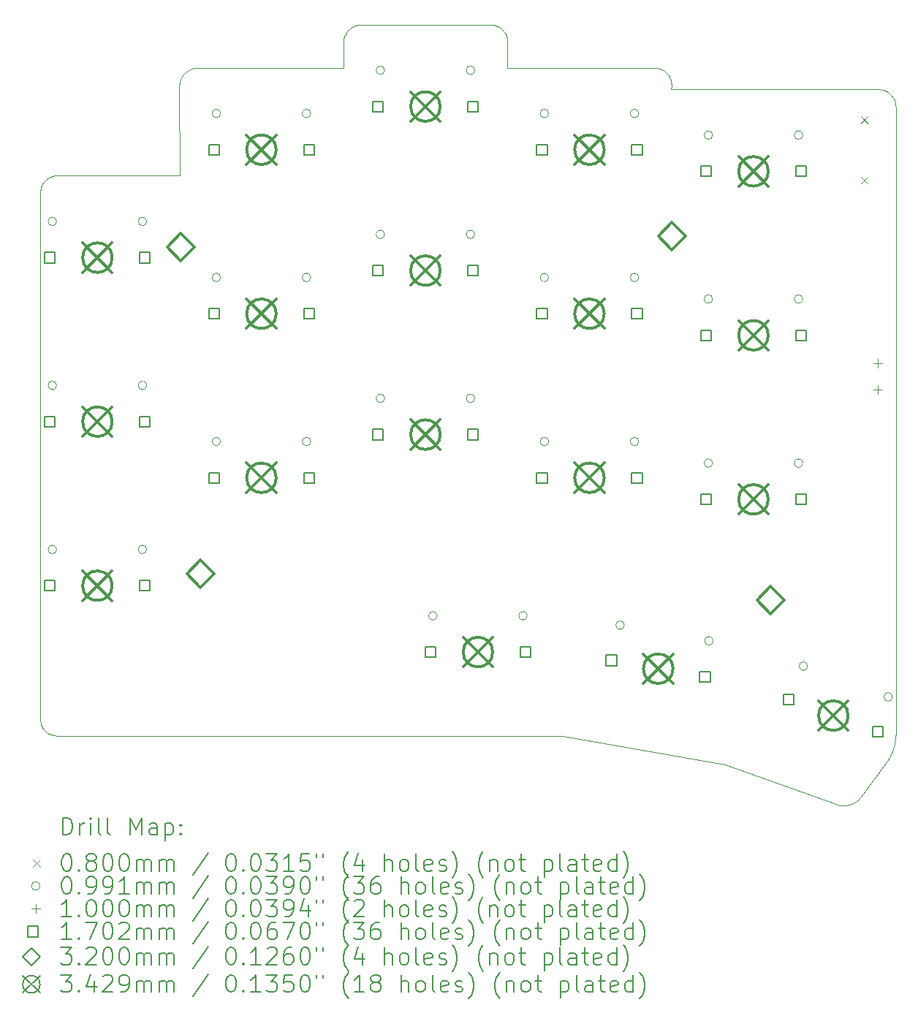
<source format=gbr>
%TF.GenerationSoftware,KiCad,Pcbnew,7.0.8*%
%TF.CreationDate,2023-11-08T13:39:37-05:00*%
%TF.ProjectId,bgkeeb,62676b65-6562-42e6-9b69-6361645f7063,rev?*%
%TF.SameCoordinates,Original*%
%TF.FileFunction,Drillmap*%
%TF.FilePolarity,Positive*%
%FSLAX45Y45*%
G04 Gerber Fmt 4.5, Leading zero omitted, Abs format (unit mm)*
G04 Created by KiCad (PCBNEW 7.0.8) date 2023-11-08 13:39:37*
%MOMM*%
%LPD*%
G01*
G04 APERTURE LIST*
%ADD10C,0.100000*%
%ADD11C,0.200000*%
%ADD12C,0.080000*%
%ADD13C,0.099060*%
%ADD14C,0.170180*%
%ADD15C,0.320000*%
%ADD16C,0.342900*%
G04 APERTURE END LIST*
D10*
X8950153Y-3308758D02*
X8950302Y-3298625D01*
X8950954Y-3288556D01*
X8952099Y-3278569D01*
X8953733Y-3268681D01*
X8957082Y-3254070D01*
X8961490Y-3239777D01*
X8966934Y-3225859D01*
X8973389Y-3212373D01*
X8980833Y-3199378D01*
X8986333Y-3191014D01*
X8992256Y-3182911D01*
X8998593Y-3175086D01*
X9005340Y-3167554D01*
X9008864Y-3163904D01*
X9008864Y-3163904D02*
X9016171Y-3156882D01*
X9023785Y-3150261D01*
X9031688Y-3144049D01*
X9039865Y-3138254D01*
X9052605Y-3130356D01*
X9065864Y-3123433D01*
X9079585Y-3117510D01*
X9093711Y-3112611D01*
X9108183Y-3108758D01*
X9117997Y-3106784D01*
X9127922Y-3105292D01*
X9137942Y-3104291D01*
X9148041Y-3103787D01*
X9153114Y-3103724D01*
X7262752Y-3603596D02*
X8953149Y-3603596D01*
X10847989Y-3603596D02*
X12549425Y-3603596D01*
X12691971Y-3663447D02*
X12698812Y-3670780D01*
X12708312Y-3682335D01*
X12716879Y-3694506D01*
X12724489Y-3707235D01*
X12731121Y-3720465D01*
X12736750Y-3734137D01*
X12741354Y-3748194D01*
X12744910Y-3762579D01*
X12747395Y-3777233D01*
X12748787Y-3792099D01*
X12749096Y-3802100D01*
X12749062Y-3807120D01*
X7111298Y-3666501D02*
X7118985Y-3659158D01*
X7126991Y-3652236D01*
X7135300Y-3645742D01*
X7143893Y-3639683D01*
X7152752Y-3634067D01*
X7161860Y-3628901D01*
X7171200Y-3624192D01*
X7180753Y-3619947D01*
X7190502Y-3616175D01*
X7200429Y-3612881D01*
X7210518Y-3610074D01*
X7220749Y-3607762D01*
X7231106Y-3605950D01*
X7241570Y-3604647D01*
X7252125Y-3603860D01*
X7262752Y-3603596D01*
X15144039Y-3853786D02*
X15154512Y-3854050D01*
X15164847Y-3854836D01*
X15175033Y-3856130D01*
X15185055Y-3857920D01*
X15194901Y-3860193D01*
X15204559Y-3862935D01*
X15223258Y-3869778D01*
X15241048Y-3878348D01*
X15257829Y-3888542D01*
X15273497Y-3900257D01*
X15287950Y-3913392D01*
X15301086Y-3927845D01*
X15312803Y-3943512D01*
X15322998Y-3960291D01*
X15331569Y-3978081D01*
X15338413Y-3996780D01*
X15341156Y-4006437D01*
X15343430Y-4016283D01*
X15345220Y-4026305D01*
X15346515Y-4036491D01*
X15347302Y-4046826D01*
X15347567Y-4057299D01*
X7048977Y-3818197D02*
X7049200Y-3807569D01*
X7049947Y-3797011D01*
X7051209Y-3786542D01*
X7052981Y-3776178D01*
X7055254Y-3765938D01*
X7058022Y-3755839D01*
X7061277Y-3745899D01*
X7065012Y-3736135D01*
X7069220Y-3726566D01*
X7073893Y-3717208D01*
X7079024Y-3708080D01*
X7084606Y-3699199D01*
X7090632Y-3690583D01*
X7097094Y-3682250D01*
X7103985Y-3674216D01*
X7111298Y-3666501D01*
X15348092Y-11305960D02*
X15347973Y-11317914D01*
X15347614Y-11329845D01*
X15347017Y-11341750D01*
X15346182Y-11353624D01*
X15345112Y-11365465D01*
X15343806Y-11377270D01*
X15342266Y-11389034D01*
X15340494Y-11400756D01*
X15338490Y-11412430D01*
X15336255Y-11424055D01*
X15333791Y-11435625D01*
X15331098Y-11447140D01*
X15328178Y-11458593D01*
X15325032Y-11469984D01*
X15321661Y-11481307D01*
X15318066Y-11492561D01*
X15314248Y-11503740D01*
X15310208Y-11514843D01*
X15305948Y-11525865D01*
X15301468Y-11536803D01*
X15296770Y-11547655D01*
X15291855Y-11558416D01*
X15286723Y-11569083D01*
X15281377Y-11579653D01*
X15275816Y-11590122D01*
X15270043Y-11600488D01*
X15264058Y-11610746D01*
X15257862Y-11620893D01*
X15251457Y-11630927D01*
X15244843Y-11640843D01*
X15238022Y-11650639D01*
X15230995Y-11660310D01*
X15347567Y-4057299D02*
X15348092Y-11305960D01*
X13369700Y-11671144D02*
X11493656Y-11340182D01*
X11493656Y-11340182D02*
X5629397Y-11340182D01*
X8953149Y-3603596D02*
X8950153Y-3308758D01*
X15230995Y-11660310D02*
X14943860Y-12047265D01*
X12749062Y-3807120D02*
X12748162Y-3853786D01*
X5628385Y-4852218D02*
X7052975Y-4853784D01*
X12748162Y-3853786D02*
X15144039Y-3853786D01*
X14943860Y-12047265D02*
X14937449Y-12055546D01*
X14930749Y-12063505D01*
X14923773Y-12071137D01*
X14916532Y-12078440D01*
X14909039Y-12085409D01*
X14901304Y-12092042D01*
X14893339Y-12098334D01*
X14885156Y-12104283D01*
X14876767Y-12109885D01*
X14868182Y-12115136D01*
X14859415Y-12120032D01*
X14850477Y-12124571D01*
X14841378Y-12128748D01*
X14832132Y-12132561D01*
X14813240Y-12139078D01*
X14793896Y-12144093D01*
X14784084Y-12146029D01*
X14774193Y-12147579D01*
X14764235Y-12148739D01*
X14754223Y-12149507D01*
X14744167Y-12149878D01*
X14734079Y-12149849D01*
X14723972Y-12149417D01*
X14713856Y-12148578D01*
X14703743Y-12147328D01*
X14693646Y-12145664D01*
X14683575Y-12143583D01*
X14673542Y-12141080D01*
X14663559Y-12138153D01*
X14653638Y-12134798D01*
X10792253Y-3163925D02*
X10799203Y-3171305D01*
X10805748Y-3178989D01*
X10811881Y-3186958D01*
X10817595Y-3195196D01*
X10822884Y-3203686D01*
X10830003Y-3216856D01*
X10836126Y-3230497D01*
X10841228Y-3244551D01*
X10845288Y-3258962D01*
X10847403Y-3268738D01*
X10849037Y-3278630D01*
X10850183Y-3288620D01*
X10850835Y-3298693D01*
X10850984Y-3308830D01*
X14653638Y-12134798D02*
X13369700Y-11671144D01*
X10647952Y-3103724D02*
X10658087Y-3103977D01*
X10668152Y-3104730D01*
X10678131Y-3105978D01*
X10688005Y-3107713D01*
X10697760Y-3109927D01*
X10712128Y-3114132D01*
X10726130Y-3119377D01*
X10739708Y-3125638D01*
X10752804Y-3132891D01*
X10761240Y-3138266D01*
X10769420Y-3144063D01*
X10777327Y-3150277D01*
X10784943Y-3156900D01*
X10792253Y-3163925D01*
X5629397Y-11340182D02*
X5610068Y-11339207D01*
X5591295Y-11336347D01*
X5573173Y-11331696D01*
X5555798Y-11325349D01*
X5539263Y-11317400D01*
X5523664Y-11307943D01*
X5509095Y-11297074D01*
X5495652Y-11284887D01*
X5483429Y-11271477D01*
X5472521Y-11256937D01*
X5463023Y-11241363D01*
X5455029Y-11224850D01*
X5448636Y-11207491D01*
X5443936Y-11189382D01*
X5441026Y-11170617D01*
X5440000Y-11151291D01*
X5440000Y-11151291D02*
X5440000Y-5040890D01*
X5440000Y-5040890D02*
X5440484Y-5026881D01*
X5441998Y-5013030D01*
X5444519Y-4999390D01*
X5448026Y-4986012D01*
X5452498Y-4972951D01*
X5457913Y-4960258D01*
X5464249Y-4947985D01*
X5471484Y-4936186D01*
X5479597Y-4924912D01*
X5488567Y-4914216D01*
X5495012Y-4907432D01*
X5495012Y-4907432D02*
X5505278Y-4897888D01*
X5516159Y-4889185D01*
X5527602Y-4881345D01*
X5539555Y-4874389D01*
X5551964Y-4868339D01*
X5564778Y-4863216D01*
X5577944Y-4859043D01*
X5591410Y-4855842D01*
X5605123Y-4853633D01*
X5619031Y-4852439D01*
X5628385Y-4852218D01*
X12549425Y-3603596D02*
X12559451Y-3603847D01*
X12574353Y-3605157D01*
X12589040Y-3607564D01*
X12603457Y-3611044D01*
X12617545Y-3615574D01*
X12631247Y-3621130D01*
X12644506Y-3627686D01*
X12657266Y-3635220D01*
X12669468Y-3643708D01*
X12681055Y-3653125D01*
X12688411Y-3659907D01*
X12691971Y-3663447D01*
X10850984Y-3308830D02*
X10847989Y-3603596D01*
X9153114Y-3103724D02*
X10647952Y-3103724D01*
X7052975Y-4853784D02*
X7048977Y-3818197D01*
D11*
D12*
X14944039Y-4163940D02*
X15024039Y-4243940D01*
X15024039Y-4163940D02*
X14944039Y-4243940D01*
X14944039Y-4863940D02*
X15024039Y-4943940D01*
X15024039Y-4863940D02*
X14944039Y-4943940D01*
X14945179Y-4166780D02*
X15025179Y-4246780D01*
X15025179Y-4166780D02*
X14945179Y-4246780D01*
X14945179Y-4866780D02*
X15025179Y-4946780D01*
X15025179Y-4866780D02*
X14945179Y-4946780D01*
D13*
X5627289Y-9182649D02*
G75*
G03*
X5627289Y-9182649I-49530J0D01*
G01*
X5627289Y-5382649D02*
G75*
G03*
X5627289Y-5382649I-49530J0D01*
G01*
X5627289Y-7282649D02*
G75*
G03*
X5627289Y-7282649I-49530J0D01*
G01*
X6671289Y-9182649D02*
G75*
G03*
X6671289Y-9182649I-49530J0D01*
G01*
X6671289Y-5382649D02*
G75*
G03*
X6671289Y-5382649I-49530J0D01*
G01*
X6671289Y-7282649D02*
G75*
G03*
X6671289Y-7282649I-49530J0D01*
G01*
X7527289Y-7932649D02*
G75*
G03*
X7527289Y-7932649I-49530J0D01*
G01*
X7527289Y-4132649D02*
G75*
G03*
X7527289Y-4132649I-49530J0D01*
G01*
X7527289Y-6032649D02*
G75*
G03*
X7527289Y-6032649I-49530J0D01*
G01*
X8571289Y-7932649D02*
G75*
G03*
X8571289Y-7932649I-49530J0D01*
G01*
X8571289Y-4132649D02*
G75*
G03*
X8571289Y-4132649I-49530J0D01*
G01*
X8571289Y-6032649D02*
G75*
G03*
X8571289Y-6032649I-49530J0D01*
G01*
X9427289Y-7432649D02*
G75*
G03*
X9427289Y-7432649I-49530J0D01*
G01*
X9427289Y-3632649D02*
G75*
G03*
X9427289Y-3632649I-49530J0D01*
G01*
X9427289Y-5532649D02*
G75*
G03*
X9427289Y-5532649I-49530J0D01*
G01*
X10035389Y-9951440D02*
G75*
G03*
X10035389Y-9951440I-49530J0D01*
G01*
X10471289Y-7432649D02*
G75*
G03*
X10471289Y-7432649I-49530J0D01*
G01*
X10471289Y-3632649D02*
G75*
G03*
X10471289Y-3632649I-49530J0D01*
G01*
X10471289Y-5532649D02*
G75*
G03*
X10471289Y-5532649I-49530J0D01*
G01*
X11079389Y-9951440D02*
G75*
G03*
X11079389Y-9951440I-49530J0D01*
G01*
X11327289Y-4132649D02*
G75*
G03*
X11327289Y-4132649I-49530J0D01*
G01*
X11327289Y-6032649D02*
G75*
G03*
X11327289Y-6032649I-49530J0D01*
G01*
X11327289Y-7932649D02*
G75*
G03*
X11327289Y-7932649I-49530J0D01*
G01*
X12204760Y-10059812D02*
G75*
G03*
X12204760Y-10059812I-49530J0D01*
G01*
X12371289Y-4132649D02*
G75*
G03*
X12371289Y-4132649I-49530J0D01*
G01*
X12371289Y-6032649D02*
G75*
G03*
X12371289Y-6032649I-49530J0D01*
G01*
X12371289Y-7932649D02*
G75*
G03*
X12371289Y-7932649I-49530J0D01*
G01*
X13227288Y-4382649D02*
G75*
G03*
X13227288Y-4382649I-49530J0D01*
G01*
X13227288Y-6282649D02*
G75*
G03*
X13227288Y-6282649I-49530J0D01*
G01*
X13227288Y-8182649D02*
G75*
G03*
X13227288Y-8182649I-49530J0D01*
G01*
X13232899Y-10241101D02*
G75*
G03*
X13232899Y-10241101I-49530J0D01*
G01*
X14271288Y-4382649D02*
G75*
G03*
X14271288Y-4382649I-49530J0D01*
G01*
X14271288Y-6282649D02*
G75*
G03*
X14271288Y-6282649I-49530J0D01*
G01*
X14271288Y-8182649D02*
G75*
G03*
X14271288Y-8182649I-49530J0D01*
G01*
X14327470Y-10534390D02*
G75*
G03*
X14327470Y-10534390I-49530J0D01*
G01*
X15308509Y-10891459D02*
G75*
G03*
X15308509Y-10891459I-49530J0D01*
G01*
D10*
X15141579Y-6978120D02*
X15141579Y-7078120D01*
X15091579Y-7028120D02*
X15191579Y-7028120D01*
X15141579Y-7278120D02*
X15141579Y-7378120D01*
X15091579Y-7328120D02*
X15191579Y-7328120D01*
D14*
X5609927Y-9662817D02*
X5609927Y-9542480D01*
X5489591Y-9542480D01*
X5489591Y-9662817D01*
X5609927Y-9662817D01*
X5609927Y-5862817D02*
X5609927Y-5742480D01*
X5489591Y-5742480D01*
X5489591Y-5862817D01*
X5609927Y-5862817D01*
X5609927Y-7762817D02*
X5609927Y-7642480D01*
X5489591Y-7642480D01*
X5489591Y-7762817D01*
X5609927Y-7762817D01*
X6709927Y-9662817D02*
X6709927Y-9542480D01*
X6589590Y-9542480D01*
X6589590Y-9662817D01*
X6709927Y-9662817D01*
X6709927Y-5862817D02*
X6709927Y-5742480D01*
X6589591Y-5742480D01*
X6589591Y-5862817D01*
X6709927Y-5862817D01*
X6709927Y-7762817D02*
X6709927Y-7642480D01*
X6589591Y-7642480D01*
X6589591Y-7762817D01*
X6709927Y-7762817D01*
X7509927Y-8412817D02*
X7509927Y-8292480D01*
X7389590Y-8292480D01*
X7389590Y-8412817D01*
X7509927Y-8412817D01*
X7509927Y-4612817D02*
X7509927Y-4492481D01*
X7389590Y-4492481D01*
X7389590Y-4612817D01*
X7509927Y-4612817D01*
X7509927Y-6512817D02*
X7509927Y-6392480D01*
X7389590Y-6392480D01*
X7389590Y-6512817D01*
X7509927Y-6512817D01*
X8609927Y-8412817D02*
X8609927Y-8292480D01*
X8489590Y-8292480D01*
X8489590Y-8412817D01*
X8609927Y-8412817D01*
X8609927Y-4612817D02*
X8609927Y-4492481D01*
X8489591Y-4492481D01*
X8489591Y-4612817D01*
X8609927Y-4612817D01*
X8609927Y-6512817D02*
X8609927Y-6392480D01*
X8489591Y-6392480D01*
X8489591Y-6512817D01*
X8609927Y-6512817D01*
X9409927Y-7912817D02*
X9409927Y-7792480D01*
X9289590Y-7792480D01*
X9289590Y-7912817D01*
X9409927Y-7912817D01*
X9409927Y-4112817D02*
X9409927Y-3992480D01*
X9289590Y-3992480D01*
X9289590Y-4112817D01*
X9409927Y-4112817D01*
X9409927Y-6012817D02*
X9409927Y-5892480D01*
X9289590Y-5892480D01*
X9289590Y-6012817D01*
X9409927Y-6012817D01*
X10018028Y-10431609D02*
X10018028Y-10311272D01*
X9897691Y-10311272D01*
X9897691Y-10431609D01*
X10018028Y-10431609D01*
X10509927Y-7912817D02*
X10509927Y-7792480D01*
X10389590Y-7792480D01*
X10389590Y-7912817D01*
X10509927Y-7912817D01*
X10509927Y-4112817D02*
X10509927Y-3992480D01*
X10389590Y-3992480D01*
X10389590Y-4112817D01*
X10509927Y-4112817D01*
X10509927Y-6012817D02*
X10509927Y-5892480D01*
X10389590Y-5892480D01*
X10389590Y-6012817D01*
X10509927Y-6012817D01*
X11118028Y-10431609D02*
X11118028Y-10311272D01*
X10997691Y-10311272D01*
X10997691Y-10431609D01*
X11118028Y-10431609D01*
X11309927Y-4612817D02*
X11309927Y-4492481D01*
X11189590Y-4492481D01*
X11189590Y-4612817D01*
X11309927Y-4612817D01*
X11309927Y-6512817D02*
X11309927Y-6392480D01*
X11189590Y-6392480D01*
X11189590Y-6512817D01*
X11309927Y-6512817D01*
X11309927Y-8412817D02*
X11309927Y-8292480D01*
X11189590Y-8292480D01*
X11189590Y-8412817D01*
X11309927Y-8412817D01*
X12114891Y-10528737D02*
X12114891Y-10408401D01*
X11994555Y-10408401D01*
X11994555Y-10528737D01*
X12114891Y-10528737D01*
X12409927Y-4612817D02*
X12409927Y-4492481D01*
X12289590Y-4492481D01*
X12289590Y-4612817D01*
X12409927Y-4612817D01*
X12409927Y-6512817D02*
X12409927Y-6392480D01*
X12289590Y-6392480D01*
X12289590Y-6512817D01*
X12409927Y-6512817D01*
X12409927Y-8412817D02*
X12409927Y-8292480D01*
X12289590Y-8292480D01*
X12289590Y-8412817D01*
X12409927Y-8412817D01*
X13198180Y-10719750D02*
X13198180Y-10599414D01*
X13077843Y-10599414D01*
X13077843Y-10719750D01*
X13198180Y-10719750D01*
X13209927Y-4862817D02*
X13209927Y-4742481D01*
X13089590Y-4742481D01*
X13089590Y-4862817D01*
X13209927Y-4862817D01*
X13209927Y-6762817D02*
X13209927Y-6642480D01*
X13089590Y-6642480D01*
X13089590Y-6762817D01*
X13209927Y-6762817D01*
X13209927Y-8662817D02*
X13209927Y-8542480D01*
X13089590Y-8542480D01*
X13089590Y-8662817D01*
X13209927Y-8662817D01*
X14168149Y-10979653D02*
X14168149Y-10859316D01*
X14047812Y-10859316D01*
X14047812Y-10979653D01*
X14168149Y-10979653D01*
X14309927Y-4862817D02*
X14309927Y-4742481D01*
X14189590Y-4742481D01*
X14189590Y-4862817D01*
X14309927Y-4862817D01*
X14309927Y-6762817D02*
X14309927Y-6642480D01*
X14189590Y-6642480D01*
X14189590Y-6762817D01*
X14309927Y-6762817D01*
X14309927Y-8662817D02*
X14309927Y-8542480D01*
X14189590Y-8542480D01*
X14189590Y-8662817D01*
X14309927Y-8662817D01*
X15201811Y-11355875D02*
X15201811Y-11235538D01*
X15081474Y-11235538D01*
X15081474Y-11355875D01*
X15201811Y-11355875D01*
D15*
X7066859Y-5842240D02*
X7226859Y-5682240D01*
X7066859Y-5522240D01*
X6906859Y-5682240D01*
X7066859Y-5842240D01*
X7295459Y-9626840D02*
X7455459Y-9466840D01*
X7295459Y-9306840D01*
X7135459Y-9466840D01*
X7295459Y-9626840D01*
X12756459Y-5715240D02*
X12916459Y-5555240D01*
X12756459Y-5395240D01*
X12596459Y-5555240D01*
X12756459Y-5715240D01*
X13899459Y-9931640D02*
X14059459Y-9771640D01*
X13899459Y-9611640D01*
X13739459Y-9771640D01*
X13899459Y-9931640D01*
D16*
X5928309Y-9431199D02*
X6271209Y-9774099D01*
X6271209Y-9431199D02*
X5928309Y-9774099D01*
X6271209Y-9602649D02*
G75*
G03*
X6271209Y-9602649I-171450J0D01*
G01*
X5928309Y-5631199D02*
X6271209Y-5974099D01*
X6271209Y-5631199D02*
X5928309Y-5974099D01*
X6271209Y-5802649D02*
G75*
G03*
X6271209Y-5802649I-171450J0D01*
G01*
X5928309Y-7531199D02*
X6271209Y-7874099D01*
X6271209Y-7531199D02*
X5928309Y-7874099D01*
X6271209Y-7702649D02*
G75*
G03*
X6271209Y-7702649I-171450J0D01*
G01*
X7828309Y-8181199D02*
X8171209Y-8524099D01*
X8171209Y-8181199D02*
X7828309Y-8524099D01*
X8171209Y-8352649D02*
G75*
G03*
X8171209Y-8352649I-171450J0D01*
G01*
X7828309Y-4381199D02*
X8171209Y-4724099D01*
X8171209Y-4381199D02*
X7828309Y-4724099D01*
X8171209Y-4552649D02*
G75*
G03*
X8171209Y-4552649I-171450J0D01*
G01*
X7828309Y-6281199D02*
X8171209Y-6624099D01*
X8171209Y-6281199D02*
X7828309Y-6624099D01*
X8171209Y-6452649D02*
G75*
G03*
X8171209Y-6452649I-171450J0D01*
G01*
X9728309Y-7681199D02*
X10071209Y-8024099D01*
X10071209Y-7681199D02*
X9728309Y-8024099D01*
X10071209Y-7852649D02*
G75*
G03*
X10071209Y-7852649I-171450J0D01*
G01*
X9728309Y-3881199D02*
X10071209Y-4224099D01*
X10071209Y-3881199D02*
X9728309Y-4224099D01*
X10071209Y-4052649D02*
G75*
G03*
X10071209Y-4052649I-171450J0D01*
G01*
X9728309Y-5781199D02*
X10071209Y-6124099D01*
X10071209Y-5781199D02*
X9728309Y-6124099D01*
X10071209Y-5952649D02*
G75*
G03*
X10071209Y-5952649I-171450J0D01*
G01*
X10336409Y-10199990D02*
X10679309Y-10542890D01*
X10679309Y-10199990D02*
X10336409Y-10542890D01*
X10679309Y-10371440D02*
G75*
G03*
X10679309Y-10371440I-171450J0D01*
G01*
X11628309Y-4381199D02*
X11971209Y-4724099D01*
X11971209Y-4381199D02*
X11628309Y-4724099D01*
X11971209Y-4552649D02*
G75*
G03*
X11971209Y-4552649I-171450J0D01*
G01*
X11628309Y-6281199D02*
X11971209Y-6624099D01*
X11971209Y-6281199D02*
X11628309Y-6624099D01*
X11971209Y-6452649D02*
G75*
G03*
X11971209Y-6452649I-171450J0D01*
G01*
X11628309Y-8181199D02*
X11971209Y-8524099D01*
X11971209Y-8181199D02*
X11628309Y-8524099D01*
X11971209Y-8352649D02*
G75*
G03*
X11971209Y-8352649I-171450J0D01*
G01*
X12424917Y-10392626D02*
X12767817Y-10735526D01*
X12767817Y-10392626D02*
X12424917Y-10735526D01*
X12767817Y-10564076D02*
G75*
G03*
X12767817Y-10564076I-171450J0D01*
G01*
X13528308Y-4631199D02*
X13871208Y-4974099D01*
X13871208Y-4631199D02*
X13528308Y-4974099D01*
X13871208Y-4802649D02*
G75*
G03*
X13871208Y-4802649I-171450J0D01*
G01*
X13528308Y-6531199D02*
X13871208Y-6874099D01*
X13871208Y-6531199D02*
X13528308Y-6874099D01*
X13871208Y-6702649D02*
G75*
G03*
X13871208Y-6702649I-171450J0D01*
G01*
X13528308Y-8431199D02*
X13871208Y-8774099D01*
X13871208Y-8431199D02*
X13528308Y-8774099D01*
X13871208Y-8602649D02*
G75*
G03*
X13871208Y-8602649I-171450J0D01*
G01*
X14453361Y-10936146D02*
X14796261Y-11279046D01*
X14796261Y-10936146D02*
X14453361Y-11279046D01*
X14796261Y-11107596D02*
G75*
G03*
X14796261Y-11107596I-171450J0D01*
G01*
D11*
X5695643Y-12489365D02*
X5695643Y-12289365D01*
X5695643Y-12289365D02*
X5743262Y-12289365D01*
X5743262Y-12289365D02*
X5771833Y-12298889D01*
X5771833Y-12298889D02*
X5790881Y-12317936D01*
X5790881Y-12317936D02*
X5800405Y-12336984D01*
X5800405Y-12336984D02*
X5809929Y-12375079D01*
X5809929Y-12375079D02*
X5809929Y-12403650D01*
X5809929Y-12403650D02*
X5800405Y-12441746D01*
X5800405Y-12441746D02*
X5790881Y-12460793D01*
X5790881Y-12460793D02*
X5771833Y-12479841D01*
X5771833Y-12479841D02*
X5743262Y-12489365D01*
X5743262Y-12489365D02*
X5695643Y-12489365D01*
X5895643Y-12489365D02*
X5895643Y-12356031D01*
X5895643Y-12394127D02*
X5905167Y-12375079D01*
X5905167Y-12375079D02*
X5914690Y-12365555D01*
X5914690Y-12365555D02*
X5933738Y-12356031D01*
X5933738Y-12356031D02*
X5952786Y-12356031D01*
X6019452Y-12489365D02*
X6019452Y-12356031D01*
X6019452Y-12289365D02*
X6009929Y-12298889D01*
X6009929Y-12298889D02*
X6019452Y-12308412D01*
X6019452Y-12308412D02*
X6028976Y-12298889D01*
X6028976Y-12298889D02*
X6019452Y-12289365D01*
X6019452Y-12289365D02*
X6019452Y-12308412D01*
X6143262Y-12489365D02*
X6124214Y-12479841D01*
X6124214Y-12479841D02*
X6114690Y-12460793D01*
X6114690Y-12460793D02*
X6114690Y-12289365D01*
X6248024Y-12489365D02*
X6228976Y-12479841D01*
X6228976Y-12479841D02*
X6219452Y-12460793D01*
X6219452Y-12460793D02*
X6219452Y-12289365D01*
X6476595Y-12489365D02*
X6476595Y-12289365D01*
X6476595Y-12289365D02*
X6543262Y-12432222D01*
X6543262Y-12432222D02*
X6609929Y-12289365D01*
X6609929Y-12289365D02*
X6609929Y-12489365D01*
X6790881Y-12489365D02*
X6790881Y-12384603D01*
X6790881Y-12384603D02*
X6781357Y-12365555D01*
X6781357Y-12365555D02*
X6762310Y-12356031D01*
X6762310Y-12356031D02*
X6724214Y-12356031D01*
X6724214Y-12356031D02*
X6705167Y-12365555D01*
X6790881Y-12479841D02*
X6771833Y-12489365D01*
X6771833Y-12489365D02*
X6724214Y-12489365D01*
X6724214Y-12489365D02*
X6705167Y-12479841D01*
X6705167Y-12479841D02*
X6695643Y-12460793D01*
X6695643Y-12460793D02*
X6695643Y-12441746D01*
X6695643Y-12441746D02*
X6705167Y-12422698D01*
X6705167Y-12422698D02*
X6724214Y-12413174D01*
X6724214Y-12413174D02*
X6771833Y-12413174D01*
X6771833Y-12413174D02*
X6790881Y-12403650D01*
X6886119Y-12356031D02*
X6886119Y-12556031D01*
X6886119Y-12365555D02*
X6905167Y-12356031D01*
X6905167Y-12356031D02*
X6943262Y-12356031D01*
X6943262Y-12356031D02*
X6962310Y-12365555D01*
X6962310Y-12365555D02*
X6971833Y-12375079D01*
X6971833Y-12375079D02*
X6981357Y-12394127D01*
X6981357Y-12394127D02*
X6981357Y-12451269D01*
X6981357Y-12451269D02*
X6971833Y-12470317D01*
X6971833Y-12470317D02*
X6962310Y-12479841D01*
X6962310Y-12479841D02*
X6943262Y-12489365D01*
X6943262Y-12489365D02*
X6905167Y-12489365D01*
X6905167Y-12489365D02*
X6886119Y-12479841D01*
X7067071Y-12470317D02*
X7076595Y-12479841D01*
X7076595Y-12479841D02*
X7067071Y-12489365D01*
X7067071Y-12489365D02*
X7057548Y-12479841D01*
X7057548Y-12479841D02*
X7067071Y-12470317D01*
X7067071Y-12470317D02*
X7067071Y-12489365D01*
X7067071Y-12365555D02*
X7076595Y-12375079D01*
X7076595Y-12375079D02*
X7067071Y-12384603D01*
X7067071Y-12384603D02*
X7057548Y-12375079D01*
X7057548Y-12375079D02*
X7067071Y-12365555D01*
X7067071Y-12365555D02*
X7067071Y-12384603D01*
D12*
X5354866Y-12777881D02*
X5434866Y-12857881D01*
X5434866Y-12777881D02*
X5354866Y-12857881D01*
D11*
X5733738Y-12709365D02*
X5752786Y-12709365D01*
X5752786Y-12709365D02*
X5771833Y-12718889D01*
X5771833Y-12718889D02*
X5781357Y-12728412D01*
X5781357Y-12728412D02*
X5790881Y-12747460D01*
X5790881Y-12747460D02*
X5800405Y-12785555D01*
X5800405Y-12785555D02*
X5800405Y-12833174D01*
X5800405Y-12833174D02*
X5790881Y-12871269D01*
X5790881Y-12871269D02*
X5781357Y-12890317D01*
X5781357Y-12890317D02*
X5771833Y-12899841D01*
X5771833Y-12899841D02*
X5752786Y-12909365D01*
X5752786Y-12909365D02*
X5733738Y-12909365D01*
X5733738Y-12909365D02*
X5714690Y-12899841D01*
X5714690Y-12899841D02*
X5705167Y-12890317D01*
X5705167Y-12890317D02*
X5695643Y-12871269D01*
X5695643Y-12871269D02*
X5686119Y-12833174D01*
X5686119Y-12833174D02*
X5686119Y-12785555D01*
X5686119Y-12785555D02*
X5695643Y-12747460D01*
X5695643Y-12747460D02*
X5705167Y-12728412D01*
X5705167Y-12728412D02*
X5714690Y-12718889D01*
X5714690Y-12718889D02*
X5733738Y-12709365D01*
X5886119Y-12890317D02*
X5895643Y-12899841D01*
X5895643Y-12899841D02*
X5886119Y-12909365D01*
X5886119Y-12909365D02*
X5876595Y-12899841D01*
X5876595Y-12899841D02*
X5886119Y-12890317D01*
X5886119Y-12890317D02*
X5886119Y-12909365D01*
X6009929Y-12795079D02*
X5990881Y-12785555D01*
X5990881Y-12785555D02*
X5981357Y-12776031D01*
X5981357Y-12776031D02*
X5971833Y-12756984D01*
X5971833Y-12756984D02*
X5971833Y-12747460D01*
X5971833Y-12747460D02*
X5981357Y-12728412D01*
X5981357Y-12728412D02*
X5990881Y-12718889D01*
X5990881Y-12718889D02*
X6009929Y-12709365D01*
X6009929Y-12709365D02*
X6048024Y-12709365D01*
X6048024Y-12709365D02*
X6067071Y-12718889D01*
X6067071Y-12718889D02*
X6076595Y-12728412D01*
X6076595Y-12728412D02*
X6086119Y-12747460D01*
X6086119Y-12747460D02*
X6086119Y-12756984D01*
X6086119Y-12756984D02*
X6076595Y-12776031D01*
X6076595Y-12776031D02*
X6067071Y-12785555D01*
X6067071Y-12785555D02*
X6048024Y-12795079D01*
X6048024Y-12795079D02*
X6009929Y-12795079D01*
X6009929Y-12795079D02*
X5990881Y-12804603D01*
X5990881Y-12804603D02*
X5981357Y-12814127D01*
X5981357Y-12814127D02*
X5971833Y-12833174D01*
X5971833Y-12833174D02*
X5971833Y-12871269D01*
X5971833Y-12871269D02*
X5981357Y-12890317D01*
X5981357Y-12890317D02*
X5990881Y-12899841D01*
X5990881Y-12899841D02*
X6009929Y-12909365D01*
X6009929Y-12909365D02*
X6048024Y-12909365D01*
X6048024Y-12909365D02*
X6067071Y-12899841D01*
X6067071Y-12899841D02*
X6076595Y-12890317D01*
X6076595Y-12890317D02*
X6086119Y-12871269D01*
X6086119Y-12871269D02*
X6086119Y-12833174D01*
X6086119Y-12833174D02*
X6076595Y-12814127D01*
X6076595Y-12814127D02*
X6067071Y-12804603D01*
X6067071Y-12804603D02*
X6048024Y-12795079D01*
X6209929Y-12709365D02*
X6228976Y-12709365D01*
X6228976Y-12709365D02*
X6248024Y-12718889D01*
X6248024Y-12718889D02*
X6257548Y-12728412D01*
X6257548Y-12728412D02*
X6267071Y-12747460D01*
X6267071Y-12747460D02*
X6276595Y-12785555D01*
X6276595Y-12785555D02*
X6276595Y-12833174D01*
X6276595Y-12833174D02*
X6267071Y-12871269D01*
X6267071Y-12871269D02*
X6257548Y-12890317D01*
X6257548Y-12890317D02*
X6248024Y-12899841D01*
X6248024Y-12899841D02*
X6228976Y-12909365D01*
X6228976Y-12909365D02*
X6209929Y-12909365D01*
X6209929Y-12909365D02*
X6190881Y-12899841D01*
X6190881Y-12899841D02*
X6181357Y-12890317D01*
X6181357Y-12890317D02*
X6171833Y-12871269D01*
X6171833Y-12871269D02*
X6162310Y-12833174D01*
X6162310Y-12833174D02*
X6162310Y-12785555D01*
X6162310Y-12785555D02*
X6171833Y-12747460D01*
X6171833Y-12747460D02*
X6181357Y-12728412D01*
X6181357Y-12728412D02*
X6190881Y-12718889D01*
X6190881Y-12718889D02*
X6209929Y-12709365D01*
X6400405Y-12709365D02*
X6419452Y-12709365D01*
X6419452Y-12709365D02*
X6438500Y-12718889D01*
X6438500Y-12718889D02*
X6448024Y-12728412D01*
X6448024Y-12728412D02*
X6457548Y-12747460D01*
X6457548Y-12747460D02*
X6467071Y-12785555D01*
X6467071Y-12785555D02*
X6467071Y-12833174D01*
X6467071Y-12833174D02*
X6457548Y-12871269D01*
X6457548Y-12871269D02*
X6448024Y-12890317D01*
X6448024Y-12890317D02*
X6438500Y-12899841D01*
X6438500Y-12899841D02*
X6419452Y-12909365D01*
X6419452Y-12909365D02*
X6400405Y-12909365D01*
X6400405Y-12909365D02*
X6381357Y-12899841D01*
X6381357Y-12899841D02*
X6371833Y-12890317D01*
X6371833Y-12890317D02*
X6362310Y-12871269D01*
X6362310Y-12871269D02*
X6352786Y-12833174D01*
X6352786Y-12833174D02*
X6352786Y-12785555D01*
X6352786Y-12785555D02*
X6362310Y-12747460D01*
X6362310Y-12747460D02*
X6371833Y-12728412D01*
X6371833Y-12728412D02*
X6381357Y-12718889D01*
X6381357Y-12718889D02*
X6400405Y-12709365D01*
X6552786Y-12909365D02*
X6552786Y-12776031D01*
X6552786Y-12795079D02*
X6562310Y-12785555D01*
X6562310Y-12785555D02*
X6581357Y-12776031D01*
X6581357Y-12776031D02*
X6609929Y-12776031D01*
X6609929Y-12776031D02*
X6628976Y-12785555D01*
X6628976Y-12785555D02*
X6638500Y-12804603D01*
X6638500Y-12804603D02*
X6638500Y-12909365D01*
X6638500Y-12804603D02*
X6648024Y-12785555D01*
X6648024Y-12785555D02*
X6667071Y-12776031D01*
X6667071Y-12776031D02*
X6695643Y-12776031D01*
X6695643Y-12776031D02*
X6714691Y-12785555D01*
X6714691Y-12785555D02*
X6724214Y-12804603D01*
X6724214Y-12804603D02*
X6724214Y-12909365D01*
X6819452Y-12909365D02*
X6819452Y-12776031D01*
X6819452Y-12795079D02*
X6828976Y-12785555D01*
X6828976Y-12785555D02*
X6848024Y-12776031D01*
X6848024Y-12776031D02*
X6876595Y-12776031D01*
X6876595Y-12776031D02*
X6895643Y-12785555D01*
X6895643Y-12785555D02*
X6905167Y-12804603D01*
X6905167Y-12804603D02*
X6905167Y-12909365D01*
X6905167Y-12804603D02*
X6914691Y-12785555D01*
X6914691Y-12785555D02*
X6933738Y-12776031D01*
X6933738Y-12776031D02*
X6962310Y-12776031D01*
X6962310Y-12776031D02*
X6981357Y-12785555D01*
X6981357Y-12785555D02*
X6990881Y-12804603D01*
X6990881Y-12804603D02*
X6990881Y-12909365D01*
X7381357Y-12699841D02*
X7209929Y-12956984D01*
X7638500Y-12709365D02*
X7657548Y-12709365D01*
X7657548Y-12709365D02*
X7676595Y-12718889D01*
X7676595Y-12718889D02*
X7686119Y-12728412D01*
X7686119Y-12728412D02*
X7695643Y-12747460D01*
X7695643Y-12747460D02*
X7705167Y-12785555D01*
X7705167Y-12785555D02*
X7705167Y-12833174D01*
X7705167Y-12833174D02*
X7695643Y-12871269D01*
X7695643Y-12871269D02*
X7686119Y-12890317D01*
X7686119Y-12890317D02*
X7676595Y-12899841D01*
X7676595Y-12899841D02*
X7657548Y-12909365D01*
X7657548Y-12909365D02*
X7638500Y-12909365D01*
X7638500Y-12909365D02*
X7619453Y-12899841D01*
X7619453Y-12899841D02*
X7609929Y-12890317D01*
X7609929Y-12890317D02*
X7600405Y-12871269D01*
X7600405Y-12871269D02*
X7590881Y-12833174D01*
X7590881Y-12833174D02*
X7590881Y-12785555D01*
X7590881Y-12785555D02*
X7600405Y-12747460D01*
X7600405Y-12747460D02*
X7609929Y-12728412D01*
X7609929Y-12728412D02*
X7619453Y-12718889D01*
X7619453Y-12718889D02*
X7638500Y-12709365D01*
X7790881Y-12890317D02*
X7800405Y-12899841D01*
X7800405Y-12899841D02*
X7790881Y-12909365D01*
X7790881Y-12909365D02*
X7781357Y-12899841D01*
X7781357Y-12899841D02*
X7790881Y-12890317D01*
X7790881Y-12890317D02*
X7790881Y-12909365D01*
X7924214Y-12709365D02*
X7943262Y-12709365D01*
X7943262Y-12709365D02*
X7962310Y-12718889D01*
X7962310Y-12718889D02*
X7971834Y-12728412D01*
X7971834Y-12728412D02*
X7981357Y-12747460D01*
X7981357Y-12747460D02*
X7990881Y-12785555D01*
X7990881Y-12785555D02*
X7990881Y-12833174D01*
X7990881Y-12833174D02*
X7981357Y-12871269D01*
X7981357Y-12871269D02*
X7971834Y-12890317D01*
X7971834Y-12890317D02*
X7962310Y-12899841D01*
X7962310Y-12899841D02*
X7943262Y-12909365D01*
X7943262Y-12909365D02*
X7924214Y-12909365D01*
X7924214Y-12909365D02*
X7905167Y-12899841D01*
X7905167Y-12899841D02*
X7895643Y-12890317D01*
X7895643Y-12890317D02*
X7886119Y-12871269D01*
X7886119Y-12871269D02*
X7876595Y-12833174D01*
X7876595Y-12833174D02*
X7876595Y-12785555D01*
X7876595Y-12785555D02*
X7886119Y-12747460D01*
X7886119Y-12747460D02*
X7895643Y-12728412D01*
X7895643Y-12728412D02*
X7905167Y-12718889D01*
X7905167Y-12718889D02*
X7924214Y-12709365D01*
X8057548Y-12709365D02*
X8181357Y-12709365D01*
X8181357Y-12709365D02*
X8114691Y-12785555D01*
X8114691Y-12785555D02*
X8143262Y-12785555D01*
X8143262Y-12785555D02*
X8162310Y-12795079D01*
X8162310Y-12795079D02*
X8171834Y-12804603D01*
X8171834Y-12804603D02*
X8181357Y-12823650D01*
X8181357Y-12823650D02*
X8181357Y-12871269D01*
X8181357Y-12871269D02*
X8171834Y-12890317D01*
X8171834Y-12890317D02*
X8162310Y-12899841D01*
X8162310Y-12899841D02*
X8143262Y-12909365D01*
X8143262Y-12909365D02*
X8086119Y-12909365D01*
X8086119Y-12909365D02*
X8067072Y-12899841D01*
X8067072Y-12899841D02*
X8057548Y-12890317D01*
X8371834Y-12909365D02*
X8257548Y-12909365D01*
X8314691Y-12909365D02*
X8314691Y-12709365D01*
X8314691Y-12709365D02*
X8295643Y-12737936D01*
X8295643Y-12737936D02*
X8276595Y-12756984D01*
X8276595Y-12756984D02*
X8257548Y-12766508D01*
X8552786Y-12709365D02*
X8457548Y-12709365D01*
X8457548Y-12709365D02*
X8448024Y-12804603D01*
X8448024Y-12804603D02*
X8457548Y-12795079D01*
X8457548Y-12795079D02*
X8476596Y-12785555D01*
X8476596Y-12785555D02*
X8524215Y-12785555D01*
X8524215Y-12785555D02*
X8543262Y-12795079D01*
X8543262Y-12795079D02*
X8552786Y-12804603D01*
X8552786Y-12804603D02*
X8562310Y-12823650D01*
X8562310Y-12823650D02*
X8562310Y-12871269D01*
X8562310Y-12871269D02*
X8552786Y-12890317D01*
X8552786Y-12890317D02*
X8543262Y-12899841D01*
X8543262Y-12899841D02*
X8524215Y-12909365D01*
X8524215Y-12909365D02*
X8476596Y-12909365D01*
X8476596Y-12909365D02*
X8457548Y-12899841D01*
X8457548Y-12899841D02*
X8448024Y-12890317D01*
X8638500Y-12709365D02*
X8638500Y-12747460D01*
X8714691Y-12709365D02*
X8714691Y-12747460D01*
X9009929Y-12985555D02*
X9000405Y-12976031D01*
X9000405Y-12976031D02*
X8981358Y-12947460D01*
X8981358Y-12947460D02*
X8971834Y-12928412D01*
X8971834Y-12928412D02*
X8962310Y-12899841D01*
X8962310Y-12899841D02*
X8952786Y-12852222D01*
X8952786Y-12852222D02*
X8952786Y-12814127D01*
X8952786Y-12814127D02*
X8962310Y-12766508D01*
X8962310Y-12766508D02*
X8971834Y-12737936D01*
X8971834Y-12737936D02*
X8981358Y-12718889D01*
X8981358Y-12718889D02*
X9000405Y-12690317D01*
X9000405Y-12690317D02*
X9009929Y-12680793D01*
X9171834Y-12776031D02*
X9171834Y-12909365D01*
X9124215Y-12699841D02*
X9076596Y-12842698D01*
X9076596Y-12842698D02*
X9200405Y-12842698D01*
X9428977Y-12909365D02*
X9428977Y-12709365D01*
X9514691Y-12909365D02*
X9514691Y-12804603D01*
X9514691Y-12804603D02*
X9505167Y-12785555D01*
X9505167Y-12785555D02*
X9486120Y-12776031D01*
X9486120Y-12776031D02*
X9457548Y-12776031D01*
X9457548Y-12776031D02*
X9438500Y-12785555D01*
X9438500Y-12785555D02*
X9428977Y-12795079D01*
X9638500Y-12909365D02*
X9619453Y-12899841D01*
X9619453Y-12899841D02*
X9609929Y-12890317D01*
X9609929Y-12890317D02*
X9600405Y-12871269D01*
X9600405Y-12871269D02*
X9600405Y-12814127D01*
X9600405Y-12814127D02*
X9609929Y-12795079D01*
X9609929Y-12795079D02*
X9619453Y-12785555D01*
X9619453Y-12785555D02*
X9638500Y-12776031D01*
X9638500Y-12776031D02*
X9667072Y-12776031D01*
X9667072Y-12776031D02*
X9686120Y-12785555D01*
X9686120Y-12785555D02*
X9695643Y-12795079D01*
X9695643Y-12795079D02*
X9705167Y-12814127D01*
X9705167Y-12814127D02*
X9705167Y-12871269D01*
X9705167Y-12871269D02*
X9695643Y-12890317D01*
X9695643Y-12890317D02*
X9686120Y-12899841D01*
X9686120Y-12899841D02*
X9667072Y-12909365D01*
X9667072Y-12909365D02*
X9638500Y-12909365D01*
X9819453Y-12909365D02*
X9800405Y-12899841D01*
X9800405Y-12899841D02*
X9790881Y-12880793D01*
X9790881Y-12880793D02*
X9790881Y-12709365D01*
X9971834Y-12899841D02*
X9952786Y-12909365D01*
X9952786Y-12909365D02*
X9914691Y-12909365D01*
X9914691Y-12909365D02*
X9895643Y-12899841D01*
X9895643Y-12899841D02*
X9886120Y-12880793D01*
X9886120Y-12880793D02*
X9886120Y-12804603D01*
X9886120Y-12804603D02*
X9895643Y-12785555D01*
X9895643Y-12785555D02*
X9914691Y-12776031D01*
X9914691Y-12776031D02*
X9952786Y-12776031D01*
X9952786Y-12776031D02*
X9971834Y-12785555D01*
X9971834Y-12785555D02*
X9981358Y-12804603D01*
X9981358Y-12804603D02*
X9981358Y-12823650D01*
X9981358Y-12823650D02*
X9886120Y-12842698D01*
X10057548Y-12899841D02*
X10076596Y-12909365D01*
X10076596Y-12909365D02*
X10114691Y-12909365D01*
X10114691Y-12909365D02*
X10133739Y-12899841D01*
X10133739Y-12899841D02*
X10143262Y-12880793D01*
X10143262Y-12880793D02*
X10143262Y-12871269D01*
X10143262Y-12871269D02*
X10133739Y-12852222D01*
X10133739Y-12852222D02*
X10114691Y-12842698D01*
X10114691Y-12842698D02*
X10086120Y-12842698D01*
X10086120Y-12842698D02*
X10067072Y-12833174D01*
X10067072Y-12833174D02*
X10057548Y-12814127D01*
X10057548Y-12814127D02*
X10057548Y-12804603D01*
X10057548Y-12804603D02*
X10067072Y-12785555D01*
X10067072Y-12785555D02*
X10086120Y-12776031D01*
X10086120Y-12776031D02*
X10114691Y-12776031D01*
X10114691Y-12776031D02*
X10133739Y-12785555D01*
X10209929Y-12985555D02*
X10219453Y-12976031D01*
X10219453Y-12976031D02*
X10238501Y-12947460D01*
X10238501Y-12947460D02*
X10248024Y-12928412D01*
X10248024Y-12928412D02*
X10257548Y-12899841D01*
X10257548Y-12899841D02*
X10267072Y-12852222D01*
X10267072Y-12852222D02*
X10267072Y-12814127D01*
X10267072Y-12814127D02*
X10257548Y-12766508D01*
X10257548Y-12766508D02*
X10248024Y-12737936D01*
X10248024Y-12737936D02*
X10238501Y-12718889D01*
X10238501Y-12718889D02*
X10219453Y-12690317D01*
X10219453Y-12690317D02*
X10209929Y-12680793D01*
X10571834Y-12985555D02*
X10562310Y-12976031D01*
X10562310Y-12976031D02*
X10543262Y-12947460D01*
X10543262Y-12947460D02*
X10533739Y-12928412D01*
X10533739Y-12928412D02*
X10524215Y-12899841D01*
X10524215Y-12899841D02*
X10514691Y-12852222D01*
X10514691Y-12852222D02*
X10514691Y-12814127D01*
X10514691Y-12814127D02*
X10524215Y-12766508D01*
X10524215Y-12766508D02*
X10533739Y-12737936D01*
X10533739Y-12737936D02*
X10543262Y-12718889D01*
X10543262Y-12718889D02*
X10562310Y-12690317D01*
X10562310Y-12690317D02*
X10571834Y-12680793D01*
X10648024Y-12776031D02*
X10648024Y-12909365D01*
X10648024Y-12795079D02*
X10657548Y-12785555D01*
X10657548Y-12785555D02*
X10676596Y-12776031D01*
X10676596Y-12776031D02*
X10705167Y-12776031D01*
X10705167Y-12776031D02*
X10724215Y-12785555D01*
X10724215Y-12785555D02*
X10733739Y-12804603D01*
X10733739Y-12804603D02*
X10733739Y-12909365D01*
X10857548Y-12909365D02*
X10838501Y-12899841D01*
X10838501Y-12899841D02*
X10828977Y-12890317D01*
X10828977Y-12890317D02*
X10819453Y-12871269D01*
X10819453Y-12871269D02*
X10819453Y-12814127D01*
X10819453Y-12814127D02*
X10828977Y-12795079D01*
X10828977Y-12795079D02*
X10838501Y-12785555D01*
X10838501Y-12785555D02*
X10857548Y-12776031D01*
X10857548Y-12776031D02*
X10886120Y-12776031D01*
X10886120Y-12776031D02*
X10905167Y-12785555D01*
X10905167Y-12785555D02*
X10914691Y-12795079D01*
X10914691Y-12795079D02*
X10924215Y-12814127D01*
X10924215Y-12814127D02*
X10924215Y-12871269D01*
X10924215Y-12871269D02*
X10914691Y-12890317D01*
X10914691Y-12890317D02*
X10905167Y-12899841D01*
X10905167Y-12899841D02*
X10886120Y-12909365D01*
X10886120Y-12909365D02*
X10857548Y-12909365D01*
X10981358Y-12776031D02*
X11057548Y-12776031D01*
X11009929Y-12709365D02*
X11009929Y-12880793D01*
X11009929Y-12880793D02*
X11019453Y-12899841D01*
X11019453Y-12899841D02*
X11038501Y-12909365D01*
X11038501Y-12909365D02*
X11057548Y-12909365D01*
X11276596Y-12776031D02*
X11276596Y-12976031D01*
X11276596Y-12785555D02*
X11295643Y-12776031D01*
X11295643Y-12776031D02*
X11333739Y-12776031D01*
X11333739Y-12776031D02*
X11352786Y-12785555D01*
X11352786Y-12785555D02*
X11362310Y-12795079D01*
X11362310Y-12795079D02*
X11371834Y-12814127D01*
X11371834Y-12814127D02*
X11371834Y-12871269D01*
X11371834Y-12871269D02*
X11362310Y-12890317D01*
X11362310Y-12890317D02*
X11352786Y-12899841D01*
X11352786Y-12899841D02*
X11333739Y-12909365D01*
X11333739Y-12909365D02*
X11295643Y-12909365D01*
X11295643Y-12909365D02*
X11276596Y-12899841D01*
X11486120Y-12909365D02*
X11467072Y-12899841D01*
X11467072Y-12899841D02*
X11457548Y-12880793D01*
X11457548Y-12880793D02*
X11457548Y-12709365D01*
X11648024Y-12909365D02*
X11648024Y-12804603D01*
X11648024Y-12804603D02*
X11638501Y-12785555D01*
X11638501Y-12785555D02*
X11619453Y-12776031D01*
X11619453Y-12776031D02*
X11581358Y-12776031D01*
X11581358Y-12776031D02*
X11562310Y-12785555D01*
X11648024Y-12899841D02*
X11628977Y-12909365D01*
X11628977Y-12909365D02*
X11581358Y-12909365D01*
X11581358Y-12909365D02*
X11562310Y-12899841D01*
X11562310Y-12899841D02*
X11552786Y-12880793D01*
X11552786Y-12880793D02*
X11552786Y-12861746D01*
X11552786Y-12861746D02*
X11562310Y-12842698D01*
X11562310Y-12842698D02*
X11581358Y-12833174D01*
X11581358Y-12833174D02*
X11628977Y-12833174D01*
X11628977Y-12833174D02*
X11648024Y-12823650D01*
X11714691Y-12776031D02*
X11790881Y-12776031D01*
X11743262Y-12709365D02*
X11743262Y-12880793D01*
X11743262Y-12880793D02*
X11752786Y-12899841D01*
X11752786Y-12899841D02*
X11771834Y-12909365D01*
X11771834Y-12909365D02*
X11790881Y-12909365D01*
X11933739Y-12899841D02*
X11914691Y-12909365D01*
X11914691Y-12909365D02*
X11876596Y-12909365D01*
X11876596Y-12909365D02*
X11857548Y-12899841D01*
X11857548Y-12899841D02*
X11848024Y-12880793D01*
X11848024Y-12880793D02*
X11848024Y-12804603D01*
X11848024Y-12804603D02*
X11857548Y-12785555D01*
X11857548Y-12785555D02*
X11876596Y-12776031D01*
X11876596Y-12776031D02*
X11914691Y-12776031D01*
X11914691Y-12776031D02*
X11933739Y-12785555D01*
X11933739Y-12785555D02*
X11943262Y-12804603D01*
X11943262Y-12804603D02*
X11943262Y-12823650D01*
X11943262Y-12823650D02*
X11848024Y-12842698D01*
X12114691Y-12909365D02*
X12114691Y-12709365D01*
X12114691Y-12899841D02*
X12095643Y-12909365D01*
X12095643Y-12909365D02*
X12057548Y-12909365D01*
X12057548Y-12909365D02*
X12038501Y-12899841D01*
X12038501Y-12899841D02*
X12028977Y-12890317D01*
X12028977Y-12890317D02*
X12019453Y-12871269D01*
X12019453Y-12871269D02*
X12019453Y-12814127D01*
X12019453Y-12814127D02*
X12028977Y-12795079D01*
X12028977Y-12795079D02*
X12038501Y-12785555D01*
X12038501Y-12785555D02*
X12057548Y-12776031D01*
X12057548Y-12776031D02*
X12095643Y-12776031D01*
X12095643Y-12776031D02*
X12114691Y-12785555D01*
X12190882Y-12985555D02*
X12200405Y-12976031D01*
X12200405Y-12976031D02*
X12219453Y-12947460D01*
X12219453Y-12947460D02*
X12228977Y-12928412D01*
X12228977Y-12928412D02*
X12238501Y-12899841D01*
X12238501Y-12899841D02*
X12248024Y-12852222D01*
X12248024Y-12852222D02*
X12248024Y-12814127D01*
X12248024Y-12814127D02*
X12238501Y-12766508D01*
X12238501Y-12766508D02*
X12228977Y-12737936D01*
X12228977Y-12737936D02*
X12219453Y-12718889D01*
X12219453Y-12718889D02*
X12200405Y-12690317D01*
X12200405Y-12690317D02*
X12190882Y-12680793D01*
D13*
X5434866Y-13081881D02*
G75*
G03*
X5434866Y-13081881I-49530J0D01*
G01*
D11*
X5733738Y-12973365D02*
X5752786Y-12973365D01*
X5752786Y-12973365D02*
X5771833Y-12982889D01*
X5771833Y-12982889D02*
X5781357Y-12992412D01*
X5781357Y-12992412D02*
X5790881Y-13011460D01*
X5790881Y-13011460D02*
X5800405Y-13049555D01*
X5800405Y-13049555D02*
X5800405Y-13097174D01*
X5800405Y-13097174D02*
X5790881Y-13135269D01*
X5790881Y-13135269D02*
X5781357Y-13154317D01*
X5781357Y-13154317D02*
X5771833Y-13163841D01*
X5771833Y-13163841D02*
X5752786Y-13173365D01*
X5752786Y-13173365D02*
X5733738Y-13173365D01*
X5733738Y-13173365D02*
X5714690Y-13163841D01*
X5714690Y-13163841D02*
X5705167Y-13154317D01*
X5705167Y-13154317D02*
X5695643Y-13135269D01*
X5695643Y-13135269D02*
X5686119Y-13097174D01*
X5686119Y-13097174D02*
X5686119Y-13049555D01*
X5686119Y-13049555D02*
X5695643Y-13011460D01*
X5695643Y-13011460D02*
X5705167Y-12992412D01*
X5705167Y-12992412D02*
X5714690Y-12982889D01*
X5714690Y-12982889D02*
X5733738Y-12973365D01*
X5886119Y-13154317D02*
X5895643Y-13163841D01*
X5895643Y-13163841D02*
X5886119Y-13173365D01*
X5886119Y-13173365D02*
X5876595Y-13163841D01*
X5876595Y-13163841D02*
X5886119Y-13154317D01*
X5886119Y-13154317D02*
X5886119Y-13173365D01*
X5990881Y-13173365D02*
X6028976Y-13173365D01*
X6028976Y-13173365D02*
X6048024Y-13163841D01*
X6048024Y-13163841D02*
X6057548Y-13154317D01*
X6057548Y-13154317D02*
X6076595Y-13125746D01*
X6076595Y-13125746D02*
X6086119Y-13087650D01*
X6086119Y-13087650D02*
X6086119Y-13011460D01*
X6086119Y-13011460D02*
X6076595Y-12992412D01*
X6076595Y-12992412D02*
X6067071Y-12982889D01*
X6067071Y-12982889D02*
X6048024Y-12973365D01*
X6048024Y-12973365D02*
X6009929Y-12973365D01*
X6009929Y-12973365D02*
X5990881Y-12982889D01*
X5990881Y-12982889D02*
X5981357Y-12992412D01*
X5981357Y-12992412D02*
X5971833Y-13011460D01*
X5971833Y-13011460D02*
X5971833Y-13059079D01*
X5971833Y-13059079D02*
X5981357Y-13078127D01*
X5981357Y-13078127D02*
X5990881Y-13087650D01*
X5990881Y-13087650D02*
X6009929Y-13097174D01*
X6009929Y-13097174D02*
X6048024Y-13097174D01*
X6048024Y-13097174D02*
X6067071Y-13087650D01*
X6067071Y-13087650D02*
X6076595Y-13078127D01*
X6076595Y-13078127D02*
X6086119Y-13059079D01*
X6181357Y-13173365D02*
X6219452Y-13173365D01*
X6219452Y-13173365D02*
X6238500Y-13163841D01*
X6238500Y-13163841D02*
X6248024Y-13154317D01*
X6248024Y-13154317D02*
X6267071Y-13125746D01*
X6267071Y-13125746D02*
X6276595Y-13087650D01*
X6276595Y-13087650D02*
X6276595Y-13011460D01*
X6276595Y-13011460D02*
X6267071Y-12992412D01*
X6267071Y-12992412D02*
X6257548Y-12982889D01*
X6257548Y-12982889D02*
X6238500Y-12973365D01*
X6238500Y-12973365D02*
X6200405Y-12973365D01*
X6200405Y-12973365D02*
X6181357Y-12982889D01*
X6181357Y-12982889D02*
X6171833Y-12992412D01*
X6171833Y-12992412D02*
X6162310Y-13011460D01*
X6162310Y-13011460D02*
X6162310Y-13059079D01*
X6162310Y-13059079D02*
X6171833Y-13078127D01*
X6171833Y-13078127D02*
X6181357Y-13087650D01*
X6181357Y-13087650D02*
X6200405Y-13097174D01*
X6200405Y-13097174D02*
X6238500Y-13097174D01*
X6238500Y-13097174D02*
X6257548Y-13087650D01*
X6257548Y-13087650D02*
X6267071Y-13078127D01*
X6267071Y-13078127D02*
X6276595Y-13059079D01*
X6467071Y-13173365D02*
X6352786Y-13173365D01*
X6409929Y-13173365D02*
X6409929Y-12973365D01*
X6409929Y-12973365D02*
X6390881Y-13001936D01*
X6390881Y-13001936D02*
X6371833Y-13020984D01*
X6371833Y-13020984D02*
X6352786Y-13030508D01*
X6552786Y-13173365D02*
X6552786Y-13040031D01*
X6552786Y-13059079D02*
X6562310Y-13049555D01*
X6562310Y-13049555D02*
X6581357Y-13040031D01*
X6581357Y-13040031D02*
X6609929Y-13040031D01*
X6609929Y-13040031D02*
X6628976Y-13049555D01*
X6628976Y-13049555D02*
X6638500Y-13068603D01*
X6638500Y-13068603D02*
X6638500Y-13173365D01*
X6638500Y-13068603D02*
X6648024Y-13049555D01*
X6648024Y-13049555D02*
X6667071Y-13040031D01*
X6667071Y-13040031D02*
X6695643Y-13040031D01*
X6695643Y-13040031D02*
X6714691Y-13049555D01*
X6714691Y-13049555D02*
X6724214Y-13068603D01*
X6724214Y-13068603D02*
X6724214Y-13173365D01*
X6819452Y-13173365D02*
X6819452Y-13040031D01*
X6819452Y-13059079D02*
X6828976Y-13049555D01*
X6828976Y-13049555D02*
X6848024Y-13040031D01*
X6848024Y-13040031D02*
X6876595Y-13040031D01*
X6876595Y-13040031D02*
X6895643Y-13049555D01*
X6895643Y-13049555D02*
X6905167Y-13068603D01*
X6905167Y-13068603D02*
X6905167Y-13173365D01*
X6905167Y-13068603D02*
X6914691Y-13049555D01*
X6914691Y-13049555D02*
X6933738Y-13040031D01*
X6933738Y-13040031D02*
X6962310Y-13040031D01*
X6962310Y-13040031D02*
X6981357Y-13049555D01*
X6981357Y-13049555D02*
X6990881Y-13068603D01*
X6990881Y-13068603D02*
X6990881Y-13173365D01*
X7381357Y-12963841D02*
X7209929Y-13220984D01*
X7638500Y-12973365D02*
X7657548Y-12973365D01*
X7657548Y-12973365D02*
X7676595Y-12982889D01*
X7676595Y-12982889D02*
X7686119Y-12992412D01*
X7686119Y-12992412D02*
X7695643Y-13011460D01*
X7695643Y-13011460D02*
X7705167Y-13049555D01*
X7705167Y-13049555D02*
X7705167Y-13097174D01*
X7705167Y-13097174D02*
X7695643Y-13135269D01*
X7695643Y-13135269D02*
X7686119Y-13154317D01*
X7686119Y-13154317D02*
X7676595Y-13163841D01*
X7676595Y-13163841D02*
X7657548Y-13173365D01*
X7657548Y-13173365D02*
X7638500Y-13173365D01*
X7638500Y-13173365D02*
X7619453Y-13163841D01*
X7619453Y-13163841D02*
X7609929Y-13154317D01*
X7609929Y-13154317D02*
X7600405Y-13135269D01*
X7600405Y-13135269D02*
X7590881Y-13097174D01*
X7590881Y-13097174D02*
X7590881Y-13049555D01*
X7590881Y-13049555D02*
X7600405Y-13011460D01*
X7600405Y-13011460D02*
X7609929Y-12992412D01*
X7609929Y-12992412D02*
X7619453Y-12982889D01*
X7619453Y-12982889D02*
X7638500Y-12973365D01*
X7790881Y-13154317D02*
X7800405Y-13163841D01*
X7800405Y-13163841D02*
X7790881Y-13173365D01*
X7790881Y-13173365D02*
X7781357Y-13163841D01*
X7781357Y-13163841D02*
X7790881Y-13154317D01*
X7790881Y-13154317D02*
X7790881Y-13173365D01*
X7924214Y-12973365D02*
X7943262Y-12973365D01*
X7943262Y-12973365D02*
X7962310Y-12982889D01*
X7962310Y-12982889D02*
X7971834Y-12992412D01*
X7971834Y-12992412D02*
X7981357Y-13011460D01*
X7981357Y-13011460D02*
X7990881Y-13049555D01*
X7990881Y-13049555D02*
X7990881Y-13097174D01*
X7990881Y-13097174D02*
X7981357Y-13135269D01*
X7981357Y-13135269D02*
X7971834Y-13154317D01*
X7971834Y-13154317D02*
X7962310Y-13163841D01*
X7962310Y-13163841D02*
X7943262Y-13173365D01*
X7943262Y-13173365D02*
X7924214Y-13173365D01*
X7924214Y-13173365D02*
X7905167Y-13163841D01*
X7905167Y-13163841D02*
X7895643Y-13154317D01*
X7895643Y-13154317D02*
X7886119Y-13135269D01*
X7886119Y-13135269D02*
X7876595Y-13097174D01*
X7876595Y-13097174D02*
X7876595Y-13049555D01*
X7876595Y-13049555D02*
X7886119Y-13011460D01*
X7886119Y-13011460D02*
X7895643Y-12992412D01*
X7895643Y-12992412D02*
X7905167Y-12982889D01*
X7905167Y-12982889D02*
X7924214Y-12973365D01*
X8057548Y-12973365D02*
X8181357Y-12973365D01*
X8181357Y-12973365D02*
X8114691Y-13049555D01*
X8114691Y-13049555D02*
X8143262Y-13049555D01*
X8143262Y-13049555D02*
X8162310Y-13059079D01*
X8162310Y-13059079D02*
X8171834Y-13068603D01*
X8171834Y-13068603D02*
X8181357Y-13087650D01*
X8181357Y-13087650D02*
X8181357Y-13135269D01*
X8181357Y-13135269D02*
X8171834Y-13154317D01*
X8171834Y-13154317D02*
X8162310Y-13163841D01*
X8162310Y-13163841D02*
X8143262Y-13173365D01*
X8143262Y-13173365D02*
X8086119Y-13173365D01*
X8086119Y-13173365D02*
X8067072Y-13163841D01*
X8067072Y-13163841D02*
X8057548Y-13154317D01*
X8276595Y-13173365D02*
X8314691Y-13173365D01*
X8314691Y-13173365D02*
X8333738Y-13163841D01*
X8333738Y-13163841D02*
X8343262Y-13154317D01*
X8343262Y-13154317D02*
X8362310Y-13125746D01*
X8362310Y-13125746D02*
X8371834Y-13087650D01*
X8371834Y-13087650D02*
X8371834Y-13011460D01*
X8371834Y-13011460D02*
X8362310Y-12992412D01*
X8362310Y-12992412D02*
X8352786Y-12982889D01*
X8352786Y-12982889D02*
X8333738Y-12973365D01*
X8333738Y-12973365D02*
X8295643Y-12973365D01*
X8295643Y-12973365D02*
X8276595Y-12982889D01*
X8276595Y-12982889D02*
X8267072Y-12992412D01*
X8267072Y-12992412D02*
X8257548Y-13011460D01*
X8257548Y-13011460D02*
X8257548Y-13059079D01*
X8257548Y-13059079D02*
X8267072Y-13078127D01*
X8267072Y-13078127D02*
X8276595Y-13087650D01*
X8276595Y-13087650D02*
X8295643Y-13097174D01*
X8295643Y-13097174D02*
X8333738Y-13097174D01*
X8333738Y-13097174D02*
X8352786Y-13087650D01*
X8352786Y-13087650D02*
X8362310Y-13078127D01*
X8362310Y-13078127D02*
X8371834Y-13059079D01*
X8495643Y-12973365D02*
X8514691Y-12973365D01*
X8514691Y-12973365D02*
X8533738Y-12982889D01*
X8533738Y-12982889D02*
X8543262Y-12992412D01*
X8543262Y-12992412D02*
X8552786Y-13011460D01*
X8552786Y-13011460D02*
X8562310Y-13049555D01*
X8562310Y-13049555D02*
X8562310Y-13097174D01*
X8562310Y-13097174D02*
X8552786Y-13135269D01*
X8552786Y-13135269D02*
X8543262Y-13154317D01*
X8543262Y-13154317D02*
X8533738Y-13163841D01*
X8533738Y-13163841D02*
X8514691Y-13173365D01*
X8514691Y-13173365D02*
X8495643Y-13173365D01*
X8495643Y-13173365D02*
X8476596Y-13163841D01*
X8476596Y-13163841D02*
X8467072Y-13154317D01*
X8467072Y-13154317D02*
X8457548Y-13135269D01*
X8457548Y-13135269D02*
X8448024Y-13097174D01*
X8448024Y-13097174D02*
X8448024Y-13049555D01*
X8448024Y-13049555D02*
X8457548Y-13011460D01*
X8457548Y-13011460D02*
X8467072Y-12992412D01*
X8467072Y-12992412D02*
X8476596Y-12982889D01*
X8476596Y-12982889D02*
X8495643Y-12973365D01*
X8638500Y-12973365D02*
X8638500Y-13011460D01*
X8714691Y-12973365D02*
X8714691Y-13011460D01*
X9009929Y-13249555D02*
X9000405Y-13240031D01*
X9000405Y-13240031D02*
X8981358Y-13211460D01*
X8981358Y-13211460D02*
X8971834Y-13192412D01*
X8971834Y-13192412D02*
X8962310Y-13163841D01*
X8962310Y-13163841D02*
X8952786Y-13116222D01*
X8952786Y-13116222D02*
X8952786Y-13078127D01*
X8952786Y-13078127D02*
X8962310Y-13030508D01*
X8962310Y-13030508D02*
X8971834Y-13001936D01*
X8971834Y-13001936D02*
X8981358Y-12982889D01*
X8981358Y-12982889D02*
X9000405Y-12954317D01*
X9000405Y-12954317D02*
X9009929Y-12944793D01*
X9067072Y-12973365D02*
X9190881Y-12973365D01*
X9190881Y-12973365D02*
X9124215Y-13049555D01*
X9124215Y-13049555D02*
X9152786Y-13049555D01*
X9152786Y-13049555D02*
X9171834Y-13059079D01*
X9171834Y-13059079D02*
X9181358Y-13068603D01*
X9181358Y-13068603D02*
X9190881Y-13087650D01*
X9190881Y-13087650D02*
X9190881Y-13135269D01*
X9190881Y-13135269D02*
X9181358Y-13154317D01*
X9181358Y-13154317D02*
X9171834Y-13163841D01*
X9171834Y-13163841D02*
X9152786Y-13173365D01*
X9152786Y-13173365D02*
X9095643Y-13173365D01*
X9095643Y-13173365D02*
X9076596Y-13163841D01*
X9076596Y-13163841D02*
X9067072Y-13154317D01*
X9362310Y-12973365D02*
X9324215Y-12973365D01*
X9324215Y-12973365D02*
X9305167Y-12982889D01*
X9305167Y-12982889D02*
X9295643Y-12992412D01*
X9295643Y-12992412D02*
X9276596Y-13020984D01*
X9276596Y-13020984D02*
X9267072Y-13059079D01*
X9267072Y-13059079D02*
X9267072Y-13135269D01*
X9267072Y-13135269D02*
X9276596Y-13154317D01*
X9276596Y-13154317D02*
X9286119Y-13163841D01*
X9286119Y-13163841D02*
X9305167Y-13173365D01*
X9305167Y-13173365D02*
X9343262Y-13173365D01*
X9343262Y-13173365D02*
X9362310Y-13163841D01*
X9362310Y-13163841D02*
X9371834Y-13154317D01*
X9371834Y-13154317D02*
X9381358Y-13135269D01*
X9381358Y-13135269D02*
X9381358Y-13087650D01*
X9381358Y-13087650D02*
X9371834Y-13068603D01*
X9371834Y-13068603D02*
X9362310Y-13059079D01*
X9362310Y-13059079D02*
X9343262Y-13049555D01*
X9343262Y-13049555D02*
X9305167Y-13049555D01*
X9305167Y-13049555D02*
X9286119Y-13059079D01*
X9286119Y-13059079D02*
X9276596Y-13068603D01*
X9276596Y-13068603D02*
X9267072Y-13087650D01*
X9619453Y-13173365D02*
X9619453Y-12973365D01*
X9705167Y-13173365D02*
X9705167Y-13068603D01*
X9705167Y-13068603D02*
X9695643Y-13049555D01*
X9695643Y-13049555D02*
X9676596Y-13040031D01*
X9676596Y-13040031D02*
X9648024Y-13040031D01*
X9648024Y-13040031D02*
X9628977Y-13049555D01*
X9628977Y-13049555D02*
X9619453Y-13059079D01*
X9828977Y-13173365D02*
X9809929Y-13163841D01*
X9809929Y-13163841D02*
X9800405Y-13154317D01*
X9800405Y-13154317D02*
X9790881Y-13135269D01*
X9790881Y-13135269D02*
X9790881Y-13078127D01*
X9790881Y-13078127D02*
X9800405Y-13059079D01*
X9800405Y-13059079D02*
X9809929Y-13049555D01*
X9809929Y-13049555D02*
X9828977Y-13040031D01*
X9828977Y-13040031D02*
X9857548Y-13040031D01*
X9857548Y-13040031D02*
X9876596Y-13049555D01*
X9876596Y-13049555D02*
X9886120Y-13059079D01*
X9886120Y-13059079D02*
X9895643Y-13078127D01*
X9895643Y-13078127D02*
X9895643Y-13135269D01*
X9895643Y-13135269D02*
X9886120Y-13154317D01*
X9886120Y-13154317D02*
X9876596Y-13163841D01*
X9876596Y-13163841D02*
X9857548Y-13173365D01*
X9857548Y-13173365D02*
X9828977Y-13173365D01*
X10009929Y-13173365D02*
X9990881Y-13163841D01*
X9990881Y-13163841D02*
X9981358Y-13144793D01*
X9981358Y-13144793D02*
X9981358Y-12973365D01*
X10162310Y-13163841D02*
X10143262Y-13173365D01*
X10143262Y-13173365D02*
X10105167Y-13173365D01*
X10105167Y-13173365D02*
X10086120Y-13163841D01*
X10086120Y-13163841D02*
X10076596Y-13144793D01*
X10076596Y-13144793D02*
X10076596Y-13068603D01*
X10076596Y-13068603D02*
X10086120Y-13049555D01*
X10086120Y-13049555D02*
X10105167Y-13040031D01*
X10105167Y-13040031D02*
X10143262Y-13040031D01*
X10143262Y-13040031D02*
X10162310Y-13049555D01*
X10162310Y-13049555D02*
X10171834Y-13068603D01*
X10171834Y-13068603D02*
X10171834Y-13087650D01*
X10171834Y-13087650D02*
X10076596Y-13106698D01*
X10248024Y-13163841D02*
X10267072Y-13173365D01*
X10267072Y-13173365D02*
X10305167Y-13173365D01*
X10305167Y-13173365D02*
X10324215Y-13163841D01*
X10324215Y-13163841D02*
X10333739Y-13144793D01*
X10333739Y-13144793D02*
X10333739Y-13135269D01*
X10333739Y-13135269D02*
X10324215Y-13116222D01*
X10324215Y-13116222D02*
X10305167Y-13106698D01*
X10305167Y-13106698D02*
X10276596Y-13106698D01*
X10276596Y-13106698D02*
X10257548Y-13097174D01*
X10257548Y-13097174D02*
X10248024Y-13078127D01*
X10248024Y-13078127D02*
X10248024Y-13068603D01*
X10248024Y-13068603D02*
X10257548Y-13049555D01*
X10257548Y-13049555D02*
X10276596Y-13040031D01*
X10276596Y-13040031D02*
X10305167Y-13040031D01*
X10305167Y-13040031D02*
X10324215Y-13049555D01*
X10400405Y-13249555D02*
X10409929Y-13240031D01*
X10409929Y-13240031D02*
X10428977Y-13211460D01*
X10428977Y-13211460D02*
X10438501Y-13192412D01*
X10438501Y-13192412D02*
X10448024Y-13163841D01*
X10448024Y-13163841D02*
X10457548Y-13116222D01*
X10457548Y-13116222D02*
X10457548Y-13078127D01*
X10457548Y-13078127D02*
X10448024Y-13030508D01*
X10448024Y-13030508D02*
X10438501Y-13001936D01*
X10438501Y-13001936D02*
X10428977Y-12982889D01*
X10428977Y-12982889D02*
X10409929Y-12954317D01*
X10409929Y-12954317D02*
X10400405Y-12944793D01*
X10762310Y-13249555D02*
X10752786Y-13240031D01*
X10752786Y-13240031D02*
X10733739Y-13211460D01*
X10733739Y-13211460D02*
X10724215Y-13192412D01*
X10724215Y-13192412D02*
X10714691Y-13163841D01*
X10714691Y-13163841D02*
X10705167Y-13116222D01*
X10705167Y-13116222D02*
X10705167Y-13078127D01*
X10705167Y-13078127D02*
X10714691Y-13030508D01*
X10714691Y-13030508D02*
X10724215Y-13001936D01*
X10724215Y-13001936D02*
X10733739Y-12982889D01*
X10733739Y-12982889D02*
X10752786Y-12954317D01*
X10752786Y-12954317D02*
X10762310Y-12944793D01*
X10838501Y-13040031D02*
X10838501Y-13173365D01*
X10838501Y-13059079D02*
X10848024Y-13049555D01*
X10848024Y-13049555D02*
X10867072Y-13040031D01*
X10867072Y-13040031D02*
X10895643Y-13040031D01*
X10895643Y-13040031D02*
X10914691Y-13049555D01*
X10914691Y-13049555D02*
X10924215Y-13068603D01*
X10924215Y-13068603D02*
X10924215Y-13173365D01*
X11048024Y-13173365D02*
X11028977Y-13163841D01*
X11028977Y-13163841D02*
X11019453Y-13154317D01*
X11019453Y-13154317D02*
X11009929Y-13135269D01*
X11009929Y-13135269D02*
X11009929Y-13078127D01*
X11009929Y-13078127D02*
X11019453Y-13059079D01*
X11019453Y-13059079D02*
X11028977Y-13049555D01*
X11028977Y-13049555D02*
X11048024Y-13040031D01*
X11048024Y-13040031D02*
X11076596Y-13040031D01*
X11076596Y-13040031D02*
X11095643Y-13049555D01*
X11095643Y-13049555D02*
X11105167Y-13059079D01*
X11105167Y-13059079D02*
X11114691Y-13078127D01*
X11114691Y-13078127D02*
X11114691Y-13135269D01*
X11114691Y-13135269D02*
X11105167Y-13154317D01*
X11105167Y-13154317D02*
X11095643Y-13163841D01*
X11095643Y-13163841D02*
X11076596Y-13173365D01*
X11076596Y-13173365D02*
X11048024Y-13173365D01*
X11171834Y-13040031D02*
X11248024Y-13040031D01*
X11200405Y-12973365D02*
X11200405Y-13144793D01*
X11200405Y-13144793D02*
X11209929Y-13163841D01*
X11209929Y-13163841D02*
X11228977Y-13173365D01*
X11228977Y-13173365D02*
X11248024Y-13173365D01*
X11467072Y-13040031D02*
X11467072Y-13240031D01*
X11467072Y-13049555D02*
X11486120Y-13040031D01*
X11486120Y-13040031D02*
X11524215Y-13040031D01*
X11524215Y-13040031D02*
X11543262Y-13049555D01*
X11543262Y-13049555D02*
X11552786Y-13059079D01*
X11552786Y-13059079D02*
X11562310Y-13078127D01*
X11562310Y-13078127D02*
X11562310Y-13135269D01*
X11562310Y-13135269D02*
X11552786Y-13154317D01*
X11552786Y-13154317D02*
X11543262Y-13163841D01*
X11543262Y-13163841D02*
X11524215Y-13173365D01*
X11524215Y-13173365D02*
X11486120Y-13173365D01*
X11486120Y-13173365D02*
X11467072Y-13163841D01*
X11676596Y-13173365D02*
X11657548Y-13163841D01*
X11657548Y-13163841D02*
X11648024Y-13144793D01*
X11648024Y-13144793D02*
X11648024Y-12973365D01*
X11838501Y-13173365D02*
X11838501Y-13068603D01*
X11838501Y-13068603D02*
X11828977Y-13049555D01*
X11828977Y-13049555D02*
X11809929Y-13040031D01*
X11809929Y-13040031D02*
X11771834Y-13040031D01*
X11771834Y-13040031D02*
X11752786Y-13049555D01*
X11838501Y-13163841D02*
X11819453Y-13173365D01*
X11819453Y-13173365D02*
X11771834Y-13173365D01*
X11771834Y-13173365D02*
X11752786Y-13163841D01*
X11752786Y-13163841D02*
X11743262Y-13144793D01*
X11743262Y-13144793D02*
X11743262Y-13125746D01*
X11743262Y-13125746D02*
X11752786Y-13106698D01*
X11752786Y-13106698D02*
X11771834Y-13097174D01*
X11771834Y-13097174D02*
X11819453Y-13097174D01*
X11819453Y-13097174D02*
X11838501Y-13087650D01*
X11905167Y-13040031D02*
X11981358Y-13040031D01*
X11933739Y-12973365D02*
X11933739Y-13144793D01*
X11933739Y-13144793D02*
X11943262Y-13163841D01*
X11943262Y-13163841D02*
X11962310Y-13173365D01*
X11962310Y-13173365D02*
X11981358Y-13173365D01*
X12124215Y-13163841D02*
X12105167Y-13173365D01*
X12105167Y-13173365D02*
X12067072Y-13173365D01*
X12067072Y-13173365D02*
X12048024Y-13163841D01*
X12048024Y-13163841D02*
X12038501Y-13144793D01*
X12038501Y-13144793D02*
X12038501Y-13068603D01*
X12038501Y-13068603D02*
X12048024Y-13049555D01*
X12048024Y-13049555D02*
X12067072Y-13040031D01*
X12067072Y-13040031D02*
X12105167Y-13040031D01*
X12105167Y-13040031D02*
X12124215Y-13049555D01*
X12124215Y-13049555D02*
X12133739Y-13068603D01*
X12133739Y-13068603D02*
X12133739Y-13087650D01*
X12133739Y-13087650D02*
X12038501Y-13106698D01*
X12305167Y-13173365D02*
X12305167Y-12973365D01*
X12305167Y-13163841D02*
X12286120Y-13173365D01*
X12286120Y-13173365D02*
X12248024Y-13173365D01*
X12248024Y-13173365D02*
X12228977Y-13163841D01*
X12228977Y-13163841D02*
X12219453Y-13154317D01*
X12219453Y-13154317D02*
X12209929Y-13135269D01*
X12209929Y-13135269D02*
X12209929Y-13078127D01*
X12209929Y-13078127D02*
X12219453Y-13059079D01*
X12219453Y-13059079D02*
X12228977Y-13049555D01*
X12228977Y-13049555D02*
X12248024Y-13040031D01*
X12248024Y-13040031D02*
X12286120Y-13040031D01*
X12286120Y-13040031D02*
X12305167Y-13049555D01*
X12381358Y-13249555D02*
X12390882Y-13240031D01*
X12390882Y-13240031D02*
X12409929Y-13211460D01*
X12409929Y-13211460D02*
X12419453Y-13192412D01*
X12419453Y-13192412D02*
X12428977Y-13163841D01*
X12428977Y-13163841D02*
X12438501Y-13116222D01*
X12438501Y-13116222D02*
X12438501Y-13078127D01*
X12438501Y-13078127D02*
X12428977Y-13030508D01*
X12428977Y-13030508D02*
X12419453Y-13001936D01*
X12419453Y-13001936D02*
X12409929Y-12982889D01*
X12409929Y-12982889D02*
X12390882Y-12954317D01*
X12390882Y-12954317D02*
X12381358Y-12944793D01*
D10*
X5384866Y-13295881D02*
X5384866Y-13395881D01*
X5334866Y-13345881D02*
X5434866Y-13345881D01*
D11*
X5800405Y-13437365D02*
X5686119Y-13437365D01*
X5743262Y-13437365D02*
X5743262Y-13237365D01*
X5743262Y-13237365D02*
X5724214Y-13265936D01*
X5724214Y-13265936D02*
X5705167Y-13284984D01*
X5705167Y-13284984D02*
X5686119Y-13294508D01*
X5886119Y-13418317D02*
X5895643Y-13427841D01*
X5895643Y-13427841D02*
X5886119Y-13437365D01*
X5886119Y-13437365D02*
X5876595Y-13427841D01*
X5876595Y-13427841D02*
X5886119Y-13418317D01*
X5886119Y-13418317D02*
X5886119Y-13437365D01*
X6019452Y-13237365D02*
X6038500Y-13237365D01*
X6038500Y-13237365D02*
X6057548Y-13246889D01*
X6057548Y-13246889D02*
X6067071Y-13256412D01*
X6067071Y-13256412D02*
X6076595Y-13275460D01*
X6076595Y-13275460D02*
X6086119Y-13313555D01*
X6086119Y-13313555D02*
X6086119Y-13361174D01*
X6086119Y-13361174D02*
X6076595Y-13399269D01*
X6076595Y-13399269D02*
X6067071Y-13418317D01*
X6067071Y-13418317D02*
X6057548Y-13427841D01*
X6057548Y-13427841D02*
X6038500Y-13437365D01*
X6038500Y-13437365D02*
X6019452Y-13437365D01*
X6019452Y-13437365D02*
X6000405Y-13427841D01*
X6000405Y-13427841D02*
X5990881Y-13418317D01*
X5990881Y-13418317D02*
X5981357Y-13399269D01*
X5981357Y-13399269D02*
X5971833Y-13361174D01*
X5971833Y-13361174D02*
X5971833Y-13313555D01*
X5971833Y-13313555D02*
X5981357Y-13275460D01*
X5981357Y-13275460D02*
X5990881Y-13256412D01*
X5990881Y-13256412D02*
X6000405Y-13246889D01*
X6000405Y-13246889D02*
X6019452Y-13237365D01*
X6209929Y-13237365D02*
X6228976Y-13237365D01*
X6228976Y-13237365D02*
X6248024Y-13246889D01*
X6248024Y-13246889D02*
X6257548Y-13256412D01*
X6257548Y-13256412D02*
X6267071Y-13275460D01*
X6267071Y-13275460D02*
X6276595Y-13313555D01*
X6276595Y-13313555D02*
X6276595Y-13361174D01*
X6276595Y-13361174D02*
X6267071Y-13399269D01*
X6267071Y-13399269D02*
X6257548Y-13418317D01*
X6257548Y-13418317D02*
X6248024Y-13427841D01*
X6248024Y-13427841D02*
X6228976Y-13437365D01*
X6228976Y-13437365D02*
X6209929Y-13437365D01*
X6209929Y-13437365D02*
X6190881Y-13427841D01*
X6190881Y-13427841D02*
X6181357Y-13418317D01*
X6181357Y-13418317D02*
X6171833Y-13399269D01*
X6171833Y-13399269D02*
X6162310Y-13361174D01*
X6162310Y-13361174D02*
X6162310Y-13313555D01*
X6162310Y-13313555D02*
X6171833Y-13275460D01*
X6171833Y-13275460D02*
X6181357Y-13256412D01*
X6181357Y-13256412D02*
X6190881Y-13246889D01*
X6190881Y-13246889D02*
X6209929Y-13237365D01*
X6400405Y-13237365D02*
X6419452Y-13237365D01*
X6419452Y-13237365D02*
X6438500Y-13246889D01*
X6438500Y-13246889D02*
X6448024Y-13256412D01*
X6448024Y-13256412D02*
X6457548Y-13275460D01*
X6457548Y-13275460D02*
X6467071Y-13313555D01*
X6467071Y-13313555D02*
X6467071Y-13361174D01*
X6467071Y-13361174D02*
X6457548Y-13399269D01*
X6457548Y-13399269D02*
X6448024Y-13418317D01*
X6448024Y-13418317D02*
X6438500Y-13427841D01*
X6438500Y-13427841D02*
X6419452Y-13437365D01*
X6419452Y-13437365D02*
X6400405Y-13437365D01*
X6400405Y-13437365D02*
X6381357Y-13427841D01*
X6381357Y-13427841D02*
X6371833Y-13418317D01*
X6371833Y-13418317D02*
X6362310Y-13399269D01*
X6362310Y-13399269D02*
X6352786Y-13361174D01*
X6352786Y-13361174D02*
X6352786Y-13313555D01*
X6352786Y-13313555D02*
X6362310Y-13275460D01*
X6362310Y-13275460D02*
X6371833Y-13256412D01*
X6371833Y-13256412D02*
X6381357Y-13246889D01*
X6381357Y-13246889D02*
X6400405Y-13237365D01*
X6552786Y-13437365D02*
X6552786Y-13304031D01*
X6552786Y-13323079D02*
X6562310Y-13313555D01*
X6562310Y-13313555D02*
X6581357Y-13304031D01*
X6581357Y-13304031D02*
X6609929Y-13304031D01*
X6609929Y-13304031D02*
X6628976Y-13313555D01*
X6628976Y-13313555D02*
X6638500Y-13332603D01*
X6638500Y-13332603D02*
X6638500Y-13437365D01*
X6638500Y-13332603D02*
X6648024Y-13313555D01*
X6648024Y-13313555D02*
X6667071Y-13304031D01*
X6667071Y-13304031D02*
X6695643Y-13304031D01*
X6695643Y-13304031D02*
X6714691Y-13313555D01*
X6714691Y-13313555D02*
X6724214Y-13332603D01*
X6724214Y-13332603D02*
X6724214Y-13437365D01*
X6819452Y-13437365D02*
X6819452Y-13304031D01*
X6819452Y-13323079D02*
X6828976Y-13313555D01*
X6828976Y-13313555D02*
X6848024Y-13304031D01*
X6848024Y-13304031D02*
X6876595Y-13304031D01*
X6876595Y-13304031D02*
X6895643Y-13313555D01*
X6895643Y-13313555D02*
X6905167Y-13332603D01*
X6905167Y-13332603D02*
X6905167Y-13437365D01*
X6905167Y-13332603D02*
X6914691Y-13313555D01*
X6914691Y-13313555D02*
X6933738Y-13304031D01*
X6933738Y-13304031D02*
X6962310Y-13304031D01*
X6962310Y-13304031D02*
X6981357Y-13313555D01*
X6981357Y-13313555D02*
X6990881Y-13332603D01*
X6990881Y-13332603D02*
X6990881Y-13437365D01*
X7381357Y-13227841D02*
X7209929Y-13484984D01*
X7638500Y-13237365D02*
X7657548Y-13237365D01*
X7657548Y-13237365D02*
X7676595Y-13246889D01*
X7676595Y-13246889D02*
X7686119Y-13256412D01*
X7686119Y-13256412D02*
X7695643Y-13275460D01*
X7695643Y-13275460D02*
X7705167Y-13313555D01*
X7705167Y-13313555D02*
X7705167Y-13361174D01*
X7705167Y-13361174D02*
X7695643Y-13399269D01*
X7695643Y-13399269D02*
X7686119Y-13418317D01*
X7686119Y-13418317D02*
X7676595Y-13427841D01*
X7676595Y-13427841D02*
X7657548Y-13437365D01*
X7657548Y-13437365D02*
X7638500Y-13437365D01*
X7638500Y-13437365D02*
X7619453Y-13427841D01*
X7619453Y-13427841D02*
X7609929Y-13418317D01*
X7609929Y-13418317D02*
X7600405Y-13399269D01*
X7600405Y-13399269D02*
X7590881Y-13361174D01*
X7590881Y-13361174D02*
X7590881Y-13313555D01*
X7590881Y-13313555D02*
X7600405Y-13275460D01*
X7600405Y-13275460D02*
X7609929Y-13256412D01*
X7609929Y-13256412D02*
X7619453Y-13246889D01*
X7619453Y-13246889D02*
X7638500Y-13237365D01*
X7790881Y-13418317D02*
X7800405Y-13427841D01*
X7800405Y-13427841D02*
X7790881Y-13437365D01*
X7790881Y-13437365D02*
X7781357Y-13427841D01*
X7781357Y-13427841D02*
X7790881Y-13418317D01*
X7790881Y-13418317D02*
X7790881Y-13437365D01*
X7924214Y-13237365D02*
X7943262Y-13237365D01*
X7943262Y-13237365D02*
X7962310Y-13246889D01*
X7962310Y-13246889D02*
X7971834Y-13256412D01*
X7971834Y-13256412D02*
X7981357Y-13275460D01*
X7981357Y-13275460D02*
X7990881Y-13313555D01*
X7990881Y-13313555D02*
X7990881Y-13361174D01*
X7990881Y-13361174D02*
X7981357Y-13399269D01*
X7981357Y-13399269D02*
X7971834Y-13418317D01*
X7971834Y-13418317D02*
X7962310Y-13427841D01*
X7962310Y-13427841D02*
X7943262Y-13437365D01*
X7943262Y-13437365D02*
X7924214Y-13437365D01*
X7924214Y-13437365D02*
X7905167Y-13427841D01*
X7905167Y-13427841D02*
X7895643Y-13418317D01*
X7895643Y-13418317D02*
X7886119Y-13399269D01*
X7886119Y-13399269D02*
X7876595Y-13361174D01*
X7876595Y-13361174D02*
X7876595Y-13313555D01*
X7876595Y-13313555D02*
X7886119Y-13275460D01*
X7886119Y-13275460D02*
X7895643Y-13256412D01*
X7895643Y-13256412D02*
X7905167Y-13246889D01*
X7905167Y-13246889D02*
X7924214Y-13237365D01*
X8057548Y-13237365D02*
X8181357Y-13237365D01*
X8181357Y-13237365D02*
X8114691Y-13313555D01*
X8114691Y-13313555D02*
X8143262Y-13313555D01*
X8143262Y-13313555D02*
X8162310Y-13323079D01*
X8162310Y-13323079D02*
X8171834Y-13332603D01*
X8171834Y-13332603D02*
X8181357Y-13351650D01*
X8181357Y-13351650D02*
X8181357Y-13399269D01*
X8181357Y-13399269D02*
X8171834Y-13418317D01*
X8171834Y-13418317D02*
X8162310Y-13427841D01*
X8162310Y-13427841D02*
X8143262Y-13437365D01*
X8143262Y-13437365D02*
X8086119Y-13437365D01*
X8086119Y-13437365D02*
X8067072Y-13427841D01*
X8067072Y-13427841D02*
X8057548Y-13418317D01*
X8276595Y-13437365D02*
X8314691Y-13437365D01*
X8314691Y-13437365D02*
X8333738Y-13427841D01*
X8333738Y-13427841D02*
X8343262Y-13418317D01*
X8343262Y-13418317D02*
X8362310Y-13389746D01*
X8362310Y-13389746D02*
X8371834Y-13351650D01*
X8371834Y-13351650D02*
X8371834Y-13275460D01*
X8371834Y-13275460D02*
X8362310Y-13256412D01*
X8362310Y-13256412D02*
X8352786Y-13246889D01*
X8352786Y-13246889D02*
X8333738Y-13237365D01*
X8333738Y-13237365D02*
X8295643Y-13237365D01*
X8295643Y-13237365D02*
X8276595Y-13246889D01*
X8276595Y-13246889D02*
X8267072Y-13256412D01*
X8267072Y-13256412D02*
X8257548Y-13275460D01*
X8257548Y-13275460D02*
X8257548Y-13323079D01*
X8257548Y-13323079D02*
X8267072Y-13342127D01*
X8267072Y-13342127D02*
X8276595Y-13351650D01*
X8276595Y-13351650D02*
X8295643Y-13361174D01*
X8295643Y-13361174D02*
X8333738Y-13361174D01*
X8333738Y-13361174D02*
X8352786Y-13351650D01*
X8352786Y-13351650D02*
X8362310Y-13342127D01*
X8362310Y-13342127D02*
X8371834Y-13323079D01*
X8543262Y-13304031D02*
X8543262Y-13437365D01*
X8495643Y-13227841D02*
X8448024Y-13370698D01*
X8448024Y-13370698D02*
X8571834Y-13370698D01*
X8638500Y-13237365D02*
X8638500Y-13275460D01*
X8714691Y-13237365D02*
X8714691Y-13275460D01*
X9009929Y-13513555D02*
X9000405Y-13504031D01*
X9000405Y-13504031D02*
X8981358Y-13475460D01*
X8981358Y-13475460D02*
X8971834Y-13456412D01*
X8971834Y-13456412D02*
X8962310Y-13427841D01*
X8962310Y-13427841D02*
X8952786Y-13380222D01*
X8952786Y-13380222D02*
X8952786Y-13342127D01*
X8952786Y-13342127D02*
X8962310Y-13294508D01*
X8962310Y-13294508D02*
X8971834Y-13265936D01*
X8971834Y-13265936D02*
X8981358Y-13246889D01*
X8981358Y-13246889D02*
X9000405Y-13218317D01*
X9000405Y-13218317D02*
X9009929Y-13208793D01*
X9076596Y-13256412D02*
X9086119Y-13246889D01*
X9086119Y-13246889D02*
X9105167Y-13237365D01*
X9105167Y-13237365D02*
X9152786Y-13237365D01*
X9152786Y-13237365D02*
X9171834Y-13246889D01*
X9171834Y-13246889D02*
X9181358Y-13256412D01*
X9181358Y-13256412D02*
X9190881Y-13275460D01*
X9190881Y-13275460D02*
X9190881Y-13294508D01*
X9190881Y-13294508D02*
X9181358Y-13323079D01*
X9181358Y-13323079D02*
X9067072Y-13437365D01*
X9067072Y-13437365D02*
X9190881Y-13437365D01*
X9428977Y-13437365D02*
X9428977Y-13237365D01*
X9514691Y-13437365D02*
X9514691Y-13332603D01*
X9514691Y-13332603D02*
X9505167Y-13313555D01*
X9505167Y-13313555D02*
X9486120Y-13304031D01*
X9486120Y-13304031D02*
X9457548Y-13304031D01*
X9457548Y-13304031D02*
X9438500Y-13313555D01*
X9438500Y-13313555D02*
X9428977Y-13323079D01*
X9638500Y-13437365D02*
X9619453Y-13427841D01*
X9619453Y-13427841D02*
X9609929Y-13418317D01*
X9609929Y-13418317D02*
X9600405Y-13399269D01*
X9600405Y-13399269D02*
X9600405Y-13342127D01*
X9600405Y-13342127D02*
X9609929Y-13323079D01*
X9609929Y-13323079D02*
X9619453Y-13313555D01*
X9619453Y-13313555D02*
X9638500Y-13304031D01*
X9638500Y-13304031D02*
X9667072Y-13304031D01*
X9667072Y-13304031D02*
X9686120Y-13313555D01*
X9686120Y-13313555D02*
X9695643Y-13323079D01*
X9695643Y-13323079D02*
X9705167Y-13342127D01*
X9705167Y-13342127D02*
X9705167Y-13399269D01*
X9705167Y-13399269D02*
X9695643Y-13418317D01*
X9695643Y-13418317D02*
X9686120Y-13427841D01*
X9686120Y-13427841D02*
X9667072Y-13437365D01*
X9667072Y-13437365D02*
X9638500Y-13437365D01*
X9819453Y-13437365D02*
X9800405Y-13427841D01*
X9800405Y-13427841D02*
X9790881Y-13408793D01*
X9790881Y-13408793D02*
X9790881Y-13237365D01*
X9971834Y-13427841D02*
X9952786Y-13437365D01*
X9952786Y-13437365D02*
X9914691Y-13437365D01*
X9914691Y-13437365D02*
X9895643Y-13427841D01*
X9895643Y-13427841D02*
X9886120Y-13408793D01*
X9886120Y-13408793D02*
X9886120Y-13332603D01*
X9886120Y-13332603D02*
X9895643Y-13313555D01*
X9895643Y-13313555D02*
X9914691Y-13304031D01*
X9914691Y-13304031D02*
X9952786Y-13304031D01*
X9952786Y-13304031D02*
X9971834Y-13313555D01*
X9971834Y-13313555D02*
X9981358Y-13332603D01*
X9981358Y-13332603D02*
X9981358Y-13351650D01*
X9981358Y-13351650D02*
X9886120Y-13370698D01*
X10057548Y-13427841D02*
X10076596Y-13437365D01*
X10076596Y-13437365D02*
X10114691Y-13437365D01*
X10114691Y-13437365D02*
X10133739Y-13427841D01*
X10133739Y-13427841D02*
X10143262Y-13408793D01*
X10143262Y-13408793D02*
X10143262Y-13399269D01*
X10143262Y-13399269D02*
X10133739Y-13380222D01*
X10133739Y-13380222D02*
X10114691Y-13370698D01*
X10114691Y-13370698D02*
X10086120Y-13370698D01*
X10086120Y-13370698D02*
X10067072Y-13361174D01*
X10067072Y-13361174D02*
X10057548Y-13342127D01*
X10057548Y-13342127D02*
X10057548Y-13332603D01*
X10057548Y-13332603D02*
X10067072Y-13313555D01*
X10067072Y-13313555D02*
X10086120Y-13304031D01*
X10086120Y-13304031D02*
X10114691Y-13304031D01*
X10114691Y-13304031D02*
X10133739Y-13313555D01*
X10209929Y-13513555D02*
X10219453Y-13504031D01*
X10219453Y-13504031D02*
X10238501Y-13475460D01*
X10238501Y-13475460D02*
X10248024Y-13456412D01*
X10248024Y-13456412D02*
X10257548Y-13427841D01*
X10257548Y-13427841D02*
X10267072Y-13380222D01*
X10267072Y-13380222D02*
X10267072Y-13342127D01*
X10267072Y-13342127D02*
X10257548Y-13294508D01*
X10257548Y-13294508D02*
X10248024Y-13265936D01*
X10248024Y-13265936D02*
X10238501Y-13246889D01*
X10238501Y-13246889D02*
X10219453Y-13218317D01*
X10219453Y-13218317D02*
X10209929Y-13208793D01*
X10571834Y-13513555D02*
X10562310Y-13504031D01*
X10562310Y-13504031D02*
X10543262Y-13475460D01*
X10543262Y-13475460D02*
X10533739Y-13456412D01*
X10533739Y-13456412D02*
X10524215Y-13427841D01*
X10524215Y-13427841D02*
X10514691Y-13380222D01*
X10514691Y-13380222D02*
X10514691Y-13342127D01*
X10514691Y-13342127D02*
X10524215Y-13294508D01*
X10524215Y-13294508D02*
X10533739Y-13265936D01*
X10533739Y-13265936D02*
X10543262Y-13246889D01*
X10543262Y-13246889D02*
X10562310Y-13218317D01*
X10562310Y-13218317D02*
X10571834Y-13208793D01*
X10648024Y-13304031D02*
X10648024Y-13437365D01*
X10648024Y-13323079D02*
X10657548Y-13313555D01*
X10657548Y-13313555D02*
X10676596Y-13304031D01*
X10676596Y-13304031D02*
X10705167Y-13304031D01*
X10705167Y-13304031D02*
X10724215Y-13313555D01*
X10724215Y-13313555D02*
X10733739Y-13332603D01*
X10733739Y-13332603D02*
X10733739Y-13437365D01*
X10857548Y-13437365D02*
X10838501Y-13427841D01*
X10838501Y-13427841D02*
X10828977Y-13418317D01*
X10828977Y-13418317D02*
X10819453Y-13399269D01*
X10819453Y-13399269D02*
X10819453Y-13342127D01*
X10819453Y-13342127D02*
X10828977Y-13323079D01*
X10828977Y-13323079D02*
X10838501Y-13313555D01*
X10838501Y-13313555D02*
X10857548Y-13304031D01*
X10857548Y-13304031D02*
X10886120Y-13304031D01*
X10886120Y-13304031D02*
X10905167Y-13313555D01*
X10905167Y-13313555D02*
X10914691Y-13323079D01*
X10914691Y-13323079D02*
X10924215Y-13342127D01*
X10924215Y-13342127D02*
X10924215Y-13399269D01*
X10924215Y-13399269D02*
X10914691Y-13418317D01*
X10914691Y-13418317D02*
X10905167Y-13427841D01*
X10905167Y-13427841D02*
X10886120Y-13437365D01*
X10886120Y-13437365D02*
X10857548Y-13437365D01*
X10981358Y-13304031D02*
X11057548Y-13304031D01*
X11009929Y-13237365D02*
X11009929Y-13408793D01*
X11009929Y-13408793D02*
X11019453Y-13427841D01*
X11019453Y-13427841D02*
X11038501Y-13437365D01*
X11038501Y-13437365D02*
X11057548Y-13437365D01*
X11276596Y-13304031D02*
X11276596Y-13504031D01*
X11276596Y-13313555D02*
X11295643Y-13304031D01*
X11295643Y-13304031D02*
X11333739Y-13304031D01*
X11333739Y-13304031D02*
X11352786Y-13313555D01*
X11352786Y-13313555D02*
X11362310Y-13323079D01*
X11362310Y-13323079D02*
X11371834Y-13342127D01*
X11371834Y-13342127D02*
X11371834Y-13399269D01*
X11371834Y-13399269D02*
X11362310Y-13418317D01*
X11362310Y-13418317D02*
X11352786Y-13427841D01*
X11352786Y-13427841D02*
X11333739Y-13437365D01*
X11333739Y-13437365D02*
X11295643Y-13437365D01*
X11295643Y-13437365D02*
X11276596Y-13427841D01*
X11486120Y-13437365D02*
X11467072Y-13427841D01*
X11467072Y-13427841D02*
X11457548Y-13408793D01*
X11457548Y-13408793D02*
X11457548Y-13237365D01*
X11648024Y-13437365D02*
X11648024Y-13332603D01*
X11648024Y-13332603D02*
X11638501Y-13313555D01*
X11638501Y-13313555D02*
X11619453Y-13304031D01*
X11619453Y-13304031D02*
X11581358Y-13304031D01*
X11581358Y-13304031D02*
X11562310Y-13313555D01*
X11648024Y-13427841D02*
X11628977Y-13437365D01*
X11628977Y-13437365D02*
X11581358Y-13437365D01*
X11581358Y-13437365D02*
X11562310Y-13427841D01*
X11562310Y-13427841D02*
X11552786Y-13408793D01*
X11552786Y-13408793D02*
X11552786Y-13389746D01*
X11552786Y-13389746D02*
X11562310Y-13370698D01*
X11562310Y-13370698D02*
X11581358Y-13361174D01*
X11581358Y-13361174D02*
X11628977Y-13361174D01*
X11628977Y-13361174D02*
X11648024Y-13351650D01*
X11714691Y-13304031D02*
X11790881Y-13304031D01*
X11743262Y-13237365D02*
X11743262Y-13408793D01*
X11743262Y-13408793D02*
X11752786Y-13427841D01*
X11752786Y-13427841D02*
X11771834Y-13437365D01*
X11771834Y-13437365D02*
X11790881Y-13437365D01*
X11933739Y-13427841D02*
X11914691Y-13437365D01*
X11914691Y-13437365D02*
X11876596Y-13437365D01*
X11876596Y-13437365D02*
X11857548Y-13427841D01*
X11857548Y-13427841D02*
X11848024Y-13408793D01*
X11848024Y-13408793D02*
X11848024Y-13332603D01*
X11848024Y-13332603D02*
X11857548Y-13313555D01*
X11857548Y-13313555D02*
X11876596Y-13304031D01*
X11876596Y-13304031D02*
X11914691Y-13304031D01*
X11914691Y-13304031D02*
X11933739Y-13313555D01*
X11933739Y-13313555D02*
X11943262Y-13332603D01*
X11943262Y-13332603D02*
X11943262Y-13351650D01*
X11943262Y-13351650D02*
X11848024Y-13370698D01*
X12114691Y-13437365D02*
X12114691Y-13237365D01*
X12114691Y-13427841D02*
X12095643Y-13437365D01*
X12095643Y-13437365D02*
X12057548Y-13437365D01*
X12057548Y-13437365D02*
X12038501Y-13427841D01*
X12038501Y-13427841D02*
X12028977Y-13418317D01*
X12028977Y-13418317D02*
X12019453Y-13399269D01*
X12019453Y-13399269D02*
X12019453Y-13342127D01*
X12019453Y-13342127D02*
X12028977Y-13323079D01*
X12028977Y-13323079D02*
X12038501Y-13313555D01*
X12038501Y-13313555D02*
X12057548Y-13304031D01*
X12057548Y-13304031D02*
X12095643Y-13304031D01*
X12095643Y-13304031D02*
X12114691Y-13313555D01*
X12190882Y-13513555D02*
X12200405Y-13504031D01*
X12200405Y-13504031D02*
X12219453Y-13475460D01*
X12219453Y-13475460D02*
X12228977Y-13456412D01*
X12228977Y-13456412D02*
X12238501Y-13427841D01*
X12238501Y-13427841D02*
X12248024Y-13380222D01*
X12248024Y-13380222D02*
X12248024Y-13342127D01*
X12248024Y-13342127D02*
X12238501Y-13294508D01*
X12238501Y-13294508D02*
X12228977Y-13265936D01*
X12228977Y-13265936D02*
X12219453Y-13246889D01*
X12219453Y-13246889D02*
X12200405Y-13218317D01*
X12200405Y-13218317D02*
X12190882Y-13208793D01*
D14*
X5409944Y-13670049D02*
X5409944Y-13549713D01*
X5289608Y-13549713D01*
X5289608Y-13670049D01*
X5409944Y-13670049D01*
D11*
X5800405Y-13701365D02*
X5686119Y-13701365D01*
X5743262Y-13701365D02*
X5743262Y-13501365D01*
X5743262Y-13501365D02*
X5724214Y-13529936D01*
X5724214Y-13529936D02*
X5705167Y-13548984D01*
X5705167Y-13548984D02*
X5686119Y-13558508D01*
X5886119Y-13682317D02*
X5895643Y-13691841D01*
X5895643Y-13691841D02*
X5886119Y-13701365D01*
X5886119Y-13701365D02*
X5876595Y-13691841D01*
X5876595Y-13691841D02*
X5886119Y-13682317D01*
X5886119Y-13682317D02*
X5886119Y-13701365D01*
X5962310Y-13501365D02*
X6095643Y-13501365D01*
X6095643Y-13501365D02*
X6009929Y-13701365D01*
X6209929Y-13501365D02*
X6228976Y-13501365D01*
X6228976Y-13501365D02*
X6248024Y-13510889D01*
X6248024Y-13510889D02*
X6257548Y-13520412D01*
X6257548Y-13520412D02*
X6267071Y-13539460D01*
X6267071Y-13539460D02*
X6276595Y-13577555D01*
X6276595Y-13577555D02*
X6276595Y-13625174D01*
X6276595Y-13625174D02*
X6267071Y-13663269D01*
X6267071Y-13663269D02*
X6257548Y-13682317D01*
X6257548Y-13682317D02*
X6248024Y-13691841D01*
X6248024Y-13691841D02*
X6228976Y-13701365D01*
X6228976Y-13701365D02*
X6209929Y-13701365D01*
X6209929Y-13701365D02*
X6190881Y-13691841D01*
X6190881Y-13691841D02*
X6181357Y-13682317D01*
X6181357Y-13682317D02*
X6171833Y-13663269D01*
X6171833Y-13663269D02*
X6162310Y-13625174D01*
X6162310Y-13625174D02*
X6162310Y-13577555D01*
X6162310Y-13577555D02*
X6171833Y-13539460D01*
X6171833Y-13539460D02*
X6181357Y-13520412D01*
X6181357Y-13520412D02*
X6190881Y-13510889D01*
X6190881Y-13510889D02*
X6209929Y-13501365D01*
X6352786Y-13520412D02*
X6362310Y-13510889D01*
X6362310Y-13510889D02*
X6381357Y-13501365D01*
X6381357Y-13501365D02*
X6428976Y-13501365D01*
X6428976Y-13501365D02*
X6448024Y-13510889D01*
X6448024Y-13510889D02*
X6457548Y-13520412D01*
X6457548Y-13520412D02*
X6467071Y-13539460D01*
X6467071Y-13539460D02*
X6467071Y-13558508D01*
X6467071Y-13558508D02*
X6457548Y-13587079D01*
X6457548Y-13587079D02*
X6343262Y-13701365D01*
X6343262Y-13701365D02*
X6467071Y-13701365D01*
X6552786Y-13701365D02*
X6552786Y-13568031D01*
X6552786Y-13587079D02*
X6562310Y-13577555D01*
X6562310Y-13577555D02*
X6581357Y-13568031D01*
X6581357Y-13568031D02*
X6609929Y-13568031D01*
X6609929Y-13568031D02*
X6628976Y-13577555D01*
X6628976Y-13577555D02*
X6638500Y-13596603D01*
X6638500Y-13596603D02*
X6638500Y-13701365D01*
X6638500Y-13596603D02*
X6648024Y-13577555D01*
X6648024Y-13577555D02*
X6667071Y-13568031D01*
X6667071Y-13568031D02*
X6695643Y-13568031D01*
X6695643Y-13568031D02*
X6714691Y-13577555D01*
X6714691Y-13577555D02*
X6724214Y-13596603D01*
X6724214Y-13596603D02*
X6724214Y-13701365D01*
X6819452Y-13701365D02*
X6819452Y-13568031D01*
X6819452Y-13587079D02*
X6828976Y-13577555D01*
X6828976Y-13577555D02*
X6848024Y-13568031D01*
X6848024Y-13568031D02*
X6876595Y-13568031D01*
X6876595Y-13568031D02*
X6895643Y-13577555D01*
X6895643Y-13577555D02*
X6905167Y-13596603D01*
X6905167Y-13596603D02*
X6905167Y-13701365D01*
X6905167Y-13596603D02*
X6914691Y-13577555D01*
X6914691Y-13577555D02*
X6933738Y-13568031D01*
X6933738Y-13568031D02*
X6962310Y-13568031D01*
X6962310Y-13568031D02*
X6981357Y-13577555D01*
X6981357Y-13577555D02*
X6990881Y-13596603D01*
X6990881Y-13596603D02*
X6990881Y-13701365D01*
X7381357Y-13491841D02*
X7209929Y-13748984D01*
X7638500Y-13501365D02*
X7657548Y-13501365D01*
X7657548Y-13501365D02*
X7676595Y-13510889D01*
X7676595Y-13510889D02*
X7686119Y-13520412D01*
X7686119Y-13520412D02*
X7695643Y-13539460D01*
X7695643Y-13539460D02*
X7705167Y-13577555D01*
X7705167Y-13577555D02*
X7705167Y-13625174D01*
X7705167Y-13625174D02*
X7695643Y-13663269D01*
X7695643Y-13663269D02*
X7686119Y-13682317D01*
X7686119Y-13682317D02*
X7676595Y-13691841D01*
X7676595Y-13691841D02*
X7657548Y-13701365D01*
X7657548Y-13701365D02*
X7638500Y-13701365D01*
X7638500Y-13701365D02*
X7619453Y-13691841D01*
X7619453Y-13691841D02*
X7609929Y-13682317D01*
X7609929Y-13682317D02*
X7600405Y-13663269D01*
X7600405Y-13663269D02*
X7590881Y-13625174D01*
X7590881Y-13625174D02*
X7590881Y-13577555D01*
X7590881Y-13577555D02*
X7600405Y-13539460D01*
X7600405Y-13539460D02*
X7609929Y-13520412D01*
X7609929Y-13520412D02*
X7619453Y-13510889D01*
X7619453Y-13510889D02*
X7638500Y-13501365D01*
X7790881Y-13682317D02*
X7800405Y-13691841D01*
X7800405Y-13691841D02*
X7790881Y-13701365D01*
X7790881Y-13701365D02*
X7781357Y-13691841D01*
X7781357Y-13691841D02*
X7790881Y-13682317D01*
X7790881Y-13682317D02*
X7790881Y-13701365D01*
X7924214Y-13501365D02*
X7943262Y-13501365D01*
X7943262Y-13501365D02*
X7962310Y-13510889D01*
X7962310Y-13510889D02*
X7971834Y-13520412D01*
X7971834Y-13520412D02*
X7981357Y-13539460D01*
X7981357Y-13539460D02*
X7990881Y-13577555D01*
X7990881Y-13577555D02*
X7990881Y-13625174D01*
X7990881Y-13625174D02*
X7981357Y-13663269D01*
X7981357Y-13663269D02*
X7971834Y-13682317D01*
X7971834Y-13682317D02*
X7962310Y-13691841D01*
X7962310Y-13691841D02*
X7943262Y-13701365D01*
X7943262Y-13701365D02*
X7924214Y-13701365D01*
X7924214Y-13701365D02*
X7905167Y-13691841D01*
X7905167Y-13691841D02*
X7895643Y-13682317D01*
X7895643Y-13682317D02*
X7886119Y-13663269D01*
X7886119Y-13663269D02*
X7876595Y-13625174D01*
X7876595Y-13625174D02*
X7876595Y-13577555D01*
X7876595Y-13577555D02*
X7886119Y-13539460D01*
X7886119Y-13539460D02*
X7895643Y-13520412D01*
X7895643Y-13520412D02*
X7905167Y-13510889D01*
X7905167Y-13510889D02*
X7924214Y-13501365D01*
X8162310Y-13501365D02*
X8124214Y-13501365D01*
X8124214Y-13501365D02*
X8105167Y-13510889D01*
X8105167Y-13510889D02*
X8095643Y-13520412D01*
X8095643Y-13520412D02*
X8076595Y-13548984D01*
X8076595Y-13548984D02*
X8067072Y-13587079D01*
X8067072Y-13587079D02*
X8067072Y-13663269D01*
X8067072Y-13663269D02*
X8076595Y-13682317D01*
X8076595Y-13682317D02*
X8086119Y-13691841D01*
X8086119Y-13691841D02*
X8105167Y-13701365D01*
X8105167Y-13701365D02*
X8143262Y-13701365D01*
X8143262Y-13701365D02*
X8162310Y-13691841D01*
X8162310Y-13691841D02*
X8171834Y-13682317D01*
X8171834Y-13682317D02*
X8181357Y-13663269D01*
X8181357Y-13663269D02*
X8181357Y-13615650D01*
X8181357Y-13615650D02*
X8171834Y-13596603D01*
X8171834Y-13596603D02*
X8162310Y-13587079D01*
X8162310Y-13587079D02*
X8143262Y-13577555D01*
X8143262Y-13577555D02*
X8105167Y-13577555D01*
X8105167Y-13577555D02*
X8086119Y-13587079D01*
X8086119Y-13587079D02*
X8076595Y-13596603D01*
X8076595Y-13596603D02*
X8067072Y-13615650D01*
X8248024Y-13501365D02*
X8381357Y-13501365D01*
X8381357Y-13501365D02*
X8295643Y-13701365D01*
X8495643Y-13501365D02*
X8514691Y-13501365D01*
X8514691Y-13501365D02*
X8533738Y-13510889D01*
X8533738Y-13510889D02*
X8543262Y-13520412D01*
X8543262Y-13520412D02*
X8552786Y-13539460D01*
X8552786Y-13539460D02*
X8562310Y-13577555D01*
X8562310Y-13577555D02*
X8562310Y-13625174D01*
X8562310Y-13625174D02*
X8552786Y-13663269D01*
X8552786Y-13663269D02*
X8543262Y-13682317D01*
X8543262Y-13682317D02*
X8533738Y-13691841D01*
X8533738Y-13691841D02*
X8514691Y-13701365D01*
X8514691Y-13701365D02*
X8495643Y-13701365D01*
X8495643Y-13701365D02*
X8476596Y-13691841D01*
X8476596Y-13691841D02*
X8467072Y-13682317D01*
X8467072Y-13682317D02*
X8457548Y-13663269D01*
X8457548Y-13663269D02*
X8448024Y-13625174D01*
X8448024Y-13625174D02*
X8448024Y-13577555D01*
X8448024Y-13577555D02*
X8457548Y-13539460D01*
X8457548Y-13539460D02*
X8467072Y-13520412D01*
X8467072Y-13520412D02*
X8476596Y-13510889D01*
X8476596Y-13510889D02*
X8495643Y-13501365D01*
X8638500Y-13501365D02*
X8638500Y-13539460D01*
X8714691Y-13501365D02*
X8714691Y-13539460D01*
X9009929Y-13777555D02*
X9000405Y-13768031D01*
X9000405Y-13768031D02*
X8981358Y-13739460D01*
X8981358Y-13739460D02*
X8971834Y-13720412D01*
X8971834Y-13720412D02*
X8962310Y-13691841D01*
X8962310Y-13691841D02*
X8952786Y-13644222D01*
X8952786Y-13644222D02*
X8952786Y-13606127D01*
X8952786Y-13606127D02*
X8962310Y-13558508D01*
X8962310Y-13558508D02*
X8971834Y-13529936D01*
X8971834Y-13529936D02*
X8981358Y-13510889D01*
X8981358Y-13510889D02*
X9000405Y-13482317D01*
X9000405Y-13482317D02*
X9009929Y-13472793D01*
X9067072Y-13501365D02*
X9190881Y-13501365D01*
X9190881Y-13501365D02*
X9124215Y-13577555D01*
X9124215Y-13577555D02*
X9152786Y-13577555D01*
X9152786Y-13577555D02*
X9171834Y-13587079D01*
X9171834Y-13587079D02*
X9181358Y-13596603D01*
X9181358Y-13596603D02*
X9190881Y-13615650D01*
X9190881Y-13615650D02*
X9190881Y-13663269D01*
X9190881Y-13663269D02*
X9181358Y-13682317D01*
X9181358Y-13682317D02*
X9171834Y-13691841D01*
X9171834Y-13691841D02*
X9152786Y-13701365D01*
X9152786Y-13701365D02*
X9095643Y-13701365D01*
X9095643Y-13701365D02*
X9076596Y-13691841D01*
X9076596Y-13691841D02*
X9067072Y-13682317D01*
X9362310Y-13501365D02*
X9324215Y-13501365D01*
X9324215Y-13501365D02*
X9305167Y-13510889D01*
X9305167Y-13510889D02*
X9295643Y-13520412D01*
X9295643Y-13520412D02*
X9276596Y-13548984D01*
X9276596Y-13548984D02*
X9267072Y-13587079D01*
X9267072Y-13587079D02*
X9267072Y-13663269D01*
X9267072Y-13663269D02*
X9276596Y-13682317D01*
X9276596Y-13682317D02*
X9286119Y-13691841D01*
X9286119Y-13691841D02*
X9305167Y-13701365D01*
X9305167Y-13701365D02*
X9343262Y-13701365D01*
X9343262Y-13701365D02*
X9362310Y-13691841D01*
X9362310Y-13691841D02*
X9371834Y-13682317D01*
X9371834Y-13682317D02*
X9381358Y-13663269D01*
X9381358Y-13663269D02*
X9381358Y-13615650D01*
X9381358Y-13615650D02*
X9371834Y-13596603D01*
X9371834Y-13596603D02*
X9362310Y-13587079D01*
X9362310Y-13587079D02*
X9343262Y-13577555D01*
X9343262Y-13577555D02*
X9305167Y-13577555D01*
X9305167Y-13577555D02*
X9286119Y-13587079D01*
X9286119Y-13587079D02*
X9276596Y-13596603D01*
X9276596Y-13596603D02*
X9267072Y-13615650D01*
X9619453Y-13701365D02*
X9619453Y-13501365D01*
X9705167Y-13701365D02*
X9705167Y-13596603D01*
X9705167Y-13596603D02*
X9695643Y-13577555D01*
X9695643Y-13577555D02*
X9676596Y-13568031D01*
X9676596Y-13568031D02*
X9648024Y-13568031D01*
X9648024Y-13568031D02*
X9628977Y-13577555D01*
X9628977Y-13577555D02*
X9619453Y-13587079D01*
X9828977Y-13701365D02*
X9809929Y-13691841D01*
X9809929Y-13691841D02*
X9800405Y-13682317D01*
X9800405Y-13682317D02*
X9790881Y-13663269D01*
X9790881Y-13663269D02*
X9790881Y-13606127D01*
X9790881Y-13606127D02*
X9800405Y-13587079D01*
X9800405Y-13587079D02*
X9809929Y-13577555D01*
X9809929Y-13577555D02*
X9828977Y-13568031D01*
X9828977Y-13568031D02*
X9857548Y-13568031D01*
X9857548Y-13568031D02*
X9876596Y-13577555D01*
X9876596Y-13577555D02*
X9886120Y-13587079D01*
X9886120Y-13587079D02*
X9895643Y-13606127D01*
X9895643Y-13606127D02*
X9895643Y-13663269D01*
X9895643Y-13663269D02*
X9886120Y-13682317D01*
X9886120Y-13682317D02*
X9876596Y-13691841D01*
X9876596Y-13691841D02*
X9857548Y-13701365D01*
X9857548Y-13701365D02*
X9828977Y-13701365D01*
X10009929Y-13701365D02*
X9990881Y-13691841D01*
X9990881Y-13691841D02*
X9981358Y-13672793D01*
X9981358Y-13672793D02*
X9981358Y-13501365D01*
X10162310Y-13691841D02*
X10143262Y-13701365D01*
X10143262Y-13701365D02*
X10105167Y-13701365D01*
X10105167Y-13701365D02*
X10086120Y-13691841D01*
X10086120Y-13691841D02*
X10076596Y-13672793D01*
X10076596Y-13672793D02*
X10076596Y-13596603D01*
X10076596Y-13596603D02*
X10086120Y-13577555D01*
X10086120Y-13577555D02*
X10105167Y-13568031D01*
X10105167Y-13568031D02*
X10143262Y-13568031D01*
X10143262Y-13568031D02*
X10162310Y-13577555D01*
X10162310Y-13577555D02*
X10171834Y-13596603D01*
X10171834Y-13596603D02*
X10171834Y-13615650D01*
X10171834Y-13615650D02*
X10076596Y-13634698D01*
X10248024Y-13691841D02*
X10267072Y-13701365D01*
X10267072Y-13701365D02*
X10305167Y-13701365D01*
X10305167Y-13701365D02*
X10324215Y-13691841D01*
X10324215Y-13691841D02*
X10333739Y-13672793D01*
X10333739Y-13672793D02*
X10333739Y-13663269D01*
X10333739Y-13663269D02*
X10324215Y-13644222D01*
X10324215Y-13644222D02*
X10305167Y-13634698D01*
X10305167Y-13634698D02*
X10276596Y-13634698D01*
X10276596Y-13634698D02*
X10257548Y-13625174D01*
X10257548Y-13625174D02*
X10248024Y-13606127D01*
X10248024Y-13606127D02*
X10248024Y-13596603D01*
X10248024Y-13596603D02*
X10257548Y-13577555D01*
X10257548Y-13577555D02*
X10276596Y-13568031D01*
X10276596Y-13568031D02*
X10305167Y-13568031D01*
X10305167Y-13568031D02*
X10324215Y-13577555D01*
X10400405Y-13777555D02*
X10409929Y-13768031D01*
X10409929Y-13768031D02*
X10428977Y-13739460D01*
X10428977Y-13739460D02*
X10438501Y-13720412D01*
X10438501Y-13720412D02*
X10448024Y-13691841D01*
X10448024Y-13691841D02*
X10457548Y-13644222D01*
X10457548Y-13644222D02*
X10457548Y-13606127D01*
X10457548Y-13606127D02*
X10448024Y-13558508D01*
X10448024Y-13558508D02*
X10438501Y-13529936D01*
X10438501Y-13529936D02*
X10428977Y-13510889D01*
X10428977Y-13510889D02*
X10409929Y-13482317D01*
X10409929Y-13482317D02*
X10400405Y-13472793D01*
X10762310Y-13777555D02*
X10752786Y-13768031D01*
X10752786Y-13768031D02*
X10733739Y-13739460D01*
X10733739Y-13739460D02*
X10724215Y-13720412D01*
X10724215Y-13720412D02*
X10714691Y-13691841D01*
X10714691Y-13691841D02*
X10705167Y-13644222D01*
X10705167Y-13644222D02*
X10705167Y-13606127D01*
X10705167Y-13606127D02*
X10714691Y-13558508D01*
X10714691Y-13558508D02*
X10724215Y-13529936D01*
X10724215Y-13529936D02*
X10733739Y-13510889D01*
X10733739Y-13510889D02*
X10752786Y-13482317D01*
X10752786Y-13482317D02*
X10762310Y-13472793D01*
X10838501Y-13568031D02*
X10838501Y-13701365D01*
X10838501Y-13587079D02*
X10848024Y-13577555D01*
X10848024Y-13577555D02*
X10867072Y-13568031D01*
X10867072Y-13568031D02*
X10895643Y-13568031D01*
X10895643Y-13568031D02*
X10914691Y-13577555D01*
X10914691Y-13577555D02*
X10924215Y-13596603D01*
X10924215Y-13596603D02*
X10924215Y-13701365D01*
X11048024Y-13701365D02*
X11028977Y-13691841D01*
X11028977Y-13691841D02*
X11019453Y-13682317D01*
X11019453Y-13682317D02*
X11009929Y-13663269D01*
X11009929Y-13663269D02*
X11009929Y-13606127D01*
X11009929Y-13606127D02*
X11019453Y-13587079D01*
X11019453Y-13587079D02*
X11028977Y-13577555D01*
X11028977Y-13577555D02*
X11048024Y-13568031D01*
X11048024Y-13568031D02*
X11076596Y-13568031D01*
X11076596Y-13568031D02*
X11095643Y-13577555D01*
X11095643Y-13577555D02*
X11105167Y-13587079D01*
X11105167Y-13587079D02*
X11114691Y-13606127D01*
X11114691Y-13606127D02*
X11114691Y-13663269D01*
X11114691Y-13663269D02*
X11105167Y-13682317D01*
X11105167Y-13682317D02*
X11095643Y-13691841D01*
X11095643Y-13691841D02*
X11076596Y-13701365D01*
X11076596Y-13701365D02*
X11048024Y-13701365D01*
X11171834Y-13568031D02*
X11248024Y-13568031D01*
X11200405Y-13501365D02*
X11200405Y-13672793D01*
X11200405Y-13672793D02*
X11209929Y-13691841D01*
X11209929Y-13691841D02*
X11228977Y-13701365D01*
X11228977Y-13701365D02*
X11248024Y-13701365D01*
X11467072Y-13568031D02*
X11467072Y-13768031D01*
X11467072Y-13577555D02*
X11486120Y-13568031D01*
X11486120Y-13568031D02*
X11524215Y-13568031D01*
X11524215Y-13568031D02*
X11543262Y-13577555D01*
X11543262Y-13577555D02*
X11552786Y-13587079D01*
X11552786Y-13587079D02*
X11562310Y-13606127D01*
X11562310Y-13606127D02*
X11562310Y-13663269D01*
X11562310Y-13663269D02*
X11552786Y-13682317D01*
X11552786Y-13682317D02*
X11543262Y-13691841D01*
X11543262Y-13691841D02*
X11524215Y-13701365D01*
X11524215Y-13701365D02*
X11486120Y-13701365D01*
X11486120Y-13701365D02*
X11467072Y-13691841D01*
X11676596Y-13701365D02*
X11657548Y-13691841D01*
X11657548Y-13691841D02*
X11648024Y-13672793D01*
X11648024Y-13672793D02*
X11648024Y-13501365D01*
X11838501Y-13701365D02*
X11838501Y-13596603D01*
X11838501Y-13596603D02*
X11828977Y-13577555D01*
X11828977Y-13577555D02*
X11809929Y-13568031D01*
X11809929Y-13568031D02*
X11771834Y-13568031D01*
X11771834Y-13568031D02*
X11752786Y-13577555D01*
X11838501Y-13691841D02*
X11819453Y-13701365D01*
X11819453Y-13701365D02*
X11771834Y-13701365D01*
X11771834Y-13701365D02*
X11752786Y-13691841D01*
X11752786Y-13691841D02*
X11743262Y-13672793D01*
X11743262Y-13672793D02*
X11743262Y-13653746D01*
X11743262Y-13653746D02*
X11752786Y-13634698D01*
X11752786Y-13634698D02*
X11771834Y-13625174D01*
X11771834Y-13625174D02*
X11819453Y-13625174D01*
X11819453Y-13625174D02*
X11838501Y-13615650D01*
X11905167Y-13568031D02*
X11981358Y-13568031D01*
X11933739Y-13501365D02*
X11933739Y-13672793D01*
X11933739Y-13672793D02*
X11943262Y-13691841D01*
X11943262Y-13691841D02*
X11962310Y-13701365D01*
X11962310Y-13701365D02*
X11981358Y-13701365D01*
X12124215Y-13691841D02*
X12105167Y-13701365D01*
X12105167Y-13701365D02*
X12067072Y-13701365D01*
X12067072Y-13701365D02*
X12048024Y-13691841D01*
X12048024Y-13691841D02*
X12038501Y-13672793D01*
X12038501Y-13672793D02*
X12038501Y-13596603D01*
X12038501Y-13596603D02*
X12048024Y-13577555D01*
X12048024Y-13577555D02*
X12067072Y-13568031D01*
X12067072Y-13568031D02*
X12105167Y-13568031D01*
X12105167Y-13568031D02*
X12124215Y-13577555D01*
X12124215Y-13577555D02*
X12133739Y-13596603D01*
X12133739Y-13596603D02*
X12133739Y-13615650D01*
X12133739Y-13615650D02*
X12038501Y-13634698D01*
X12305167Y-13701365D02*
X12305167Y-13501365D01*
X12305167Y-13691841D02*
X12286120Y-13701365D01*
X12286120Y-13701365D02*
X12248024Y-13701365D01*
X12248024Y-13701365D02*
X12228977Y-13691841D01*
X12228977Y-13691841D02*
X12219453Y-13682317D01*
X12219453Y-13682317D02*
X12209929Y-13663269D01*
X12209929Y-13663269D02*
X12209929Y-13606127D01*
X12209929Y-13606127D02*
X12219453Y-13587079D01*
X12219453Y-13587079D02*
X12228977Y-13577555D01*
X12228977Y-13577555D02*
X12248024Y-13568031D01*
X12248024Y-13568031D02*
X12286120Y-13568031D01*
X12286120Y-13568031D02*
X12305167Y-13577555D01*
X12381358Y-13777555D02*
X12390882Y-13768031D01*
X12390882Y-13768031D02*
X12409929Y-13739460D01*
X12409929Y-13739460D02*
X12419453Y-13720412D01*
X12419453Y-13720412D02*
X12428977Y-13691841D01*
X12428977Y-13691841D02*
X12438501Y-13644222D01*
X12438501Y-13644222D02*
X12438501Y-13606127D01*
X12438501Y-13606127D02*
X12428977Y-13558508D01*
X12428977Y-13558508D02*
X12419453Y-13529936D01*
X12419453Y-13529936D02*
X12409929Y-13510889D01*
X12409929Y-13510889D02*
X12390882Y-13482317D01*
X12390882Y-13482317D02*
X12381358Y-13472793D01*
X5334866Y-14000061D02*
X5434866Y-13900061D01*
X5334866Y-13800061D01*
X5234866Y-13900061D01*
X5334866Y-14000061D01*
X5676595Y-13791545D02*
X5800405Y-13791545D01*
X5800405Y-13791545D02*
X5733738Y-13867735D01*
X5733738Y-13867735D02*
X5762310Y-13867735D01*
X5762310Y-13867735D02*
X5781357Y-13877259D01*
X5781357Y-13877259D02*
X5790881Y-13886783D01*
X5790881Y-13886783D02*
X5800405Y-13905830D01*
X5800405Y-13905830D02*
X5800405Y-13953449D01*
X5800405Y-13953449D02*
X5790881Y-13972497D01*
X5790881Y-13972497D02*
X5781357Y-13982021D01*
X5781357Y-13982021D02*
X5762310Y-13991545D01*
X5762310Y-13991545D02*
X5705167Y-13991545D01*
X5705167Y-13991545D02*
X5686119Y-13982021D01*
X5686119Y-13982021D02*
X5676595Y-13972497D01*
X5886119Y-13972497D02*
X5895643Y-13982021D01*
X5895643Y-13982021D02*
X5886119Y-13991545D01*
X5886119Y-13991545D02*
X5876595Y-13982021D01*
X5876595Y-13982021D02*
X5886119Y-13972497D01*
X5886119Y-13972497D02*
X5886119Y-13991545D01*
X5971833Y-13810592D02*
X5981357Y-13801069D01*
X5981357Y-13801069D02*
X6000405Y-13791545D01*
X6000405Y-13791545D02*
X6048024Y-13791545D01*
X6048024Y-13791545D02*
X6067071Y-13801069D01*
X6067071Y-13801069D02*
X6076595Y-13810592D01*
X6076595Y-13810592D02*
X6086119Y-13829640D01*
X6086119Y-13829640D02*
X6086119Y-13848688D01*
X6086119Y-13848688D02*
X6076595Y-13877259D01*
X6076595Y-13877259D02*
X5962310Y-13991545D01*
X5962310Y-13991545D02*
X6086119Y-13991545D01*
X6209929Y-13791545D02*
X6228976Y-13791545D01*
X6228976Y-13791545D02*
X6248024Y-13801069D01*
X6248024Y-13801069D02*
X6257548Y-13810592D01*
X6257548Y-13810592D02*
X6267071Y-13829640D01*
X6267071Y-13829640D02*
X6276595Y-13867735D01*
X6276595Y-13867735D02*
X6276595Y-13915354D01*
X6276595Y-13915354D02*
X6267071Y-13953449D01*
X6267071Y-13953449D02*
X6257548Y-13972497D01*
X6257548Y-13972497D02*
X6248024Y-13982021D01*
X6248024Y-13982021D02*
X6228976Y-13991545D01*
X6228976Y-13991545D02*
X6209929Y-13991545D01*
X6209929Y-13991545D02*
X6190881Y-13982021D01*
X6190881Y-13982021D02*
X6181357Y-13972497D01*
X6181357Y-13972497D02*
X6171833Y-13953449D01*
X6171833Y-13953449D02*
X6162310Y-13915354D01*
X6162310Y-13915354D02*
X6162310Y-13867735D01*
X6162310Y-13867735D02*
X6171833Y-13829640D01*
X6171833Y-13829640D02*
X6181357Y-13810592D01*
X6181357Y-13810592D02*
X6190881Y-13801069D01*
X6190881Y-13801069D02*
X6209929Y-13791545D01*
X6400405Y-13791545D02*
X6419452Y-13791545D01*
X6419452Y-13791545D02*
X6438500Y-13801069D01*
X6438500Y-13801069D02*
X6448024Y-13810592D01*
X6448024Y-13810592D02*
X6457548Y-13829640D01*
X6457548Y-13829640D02*
X6467071Y-13867735D01*
X6467071Y-13867735D02*
X6467071Y-13915354D01*
X6467071Y-13915354D02*
X6457548Y-13953449D01*
X6457548Y-13953449D02*
X6448024Y-13972497D01*
X6448024Y-13972497D02*
X6438500Y-13982021D01*
X6438500Y-13982021D02*
X6419452Y-13991545D01*
X6419452Y-13991545D02*
X6400405Y-13991545D01*
X6400405Y-13991545D02*
X6381357Y-13982021D01*
X6381357Y-13982021D02*
X6371833Y-13972497D01*
X6371833Y-13972497D02*
X6362310Y-13953449D01*
X6362310Y-13953449D02*
X6352786Y-13915354D01*
X6352786Y-13915354D02*
X6352786Y-13867735D01*
X6352786Y-13867735D02*
X6362310Y-13829640D01*
X6362310Y-13829640D02*
X6371833Y-13810592D01*
X6371833Y-13810592D02*
X6381357Y-13801069D01*
X6381357Y-13801069D02*
X6400405Y-13791545D01*
X6552786Y-13991545D02*
X6552786Y-13858211D01*
X6552786Y-13877259D02*
X6562310Y-13867735D01*
X6562310Y-13867735D02*
X6581357Y-13858211D01*
X6581357Y-13858211D02*
X6609929Y-13858211D01*
X6609929Y-13858211D02*
X6628976Y-13867735D01*
X6628976Y-13867735D02*
X6638500Y-13886783D01*
X6638500Y-13886783D02*
X6638500Y-13991545D01*
X6638500Y-13886783D02*
X6648024Y-13867735D01*
X6648024Y-13867735D02*
X6667071Y-13858211D01*
X6667071Y-13858211D02*
X6695643Y-13858211D01*
X6695643Y-13858211D02*
X6714691Y-13867735D01*
X6714691Y-13867735D02*
X6724214Y-13886783D01*
X6724214Y-13886783D02*
X6724214Y-13991545D01*
X6819452Y-13991545D02*
X6819452Y-13858211D01*
X6819452Y-13877259D02*
X6828976Y-13867735D01*
X6828976Y-13867735D02*
X6848024Y-13858211D01*
X6848024Y-13858211D02*
X6876595Y-13858211D01*
X6876595Y-13858211D02*
X6895643Y-13867735D01*
X6895643Y-13867735D02*
X6905167Y-13886783D01*
X6905167Y-13886783D02*
X6905167Y-13991545D01*
X6905167Y-13886783D02*
X6914691Y-13867735D01*
X6914691Y-13867735D02*
X6933738Y-13858211D01*
X6933738Y-13858211D02*
X6962310Y-13858211D01*
X6962310Y-13858211D02*
X6981357Y-13867735D01*
X6981357Y-13867735D02*
X6990881Y-13886783D01*
X6990881Y-13886783D02*
X6990881Y-13991545D01*
X7381357Y-13782021D02*
X7209929Y-14039164D01*
X7638500Y-13791545D02*
X7657548Y-13791545D01*
X7657548Y-13791545D02*
X7676595Y-13801069D01*
X7676595Y-13801069D02*
X7686119Y-13810592D01*
X7686119Y-13810592D02*
X7695643Y-13829640D01*
X7695643Y-13829640D02*
X7705167Y-13867735D01*
X7705167Y-13867735D02*
X7705167Y-13915354D01*
X7705167Y-13915354D02*
X7695643Y-13953449D01*
X7695643Y-13953449D02*
X7686119Y-13972497D01*
X7686119Y-13972497D02*
X7676595Y-13982021D01*
X7676595Y-13982021D02*
X7657548Y-13991545D01*
X7657548Y-13991545D02*
X7638500Y-13991545D01*
X7638500Y-13991545D02*
X7619453Y-13982021D01*
X7619453Y-13982021D02*
X7609929Y-13972497D01*
X7609929Y-13972497D02*
X7600405Y-13953449D01*
X7600405Y-13953449D02*
X7590881Y-13915354D01*
X7590881Y-13915354D02*
X7590881Y-13867735D01*
X7590881Y-13867735D02*
X7600405Y-13829640D01*
X7600405Y-13829640D02*
X7609929Y-13810592D01*
X7609929Y-13810592D02*
X7619453Y-13801069D01*
X7619453Y-13801069D02*
X7638500Y-13791545D01*
X7790881Y-13972497D02*
X7800405Y-13982021D01*
X7800405Y-13982021D02*
X7790881Y-13991545D01*
X7790881Y-13991545D02*
X7781357Y-13982021D01*
X7781357Y-13982021D02*
X7790881Y-13972497D01*
X7790881Y-13972497D02*
X7790881Y-13991545D01*
X7990881Y-13991545D02*
X7876595Y-13991545D01*
X7933738Y-13991545D02*
X7933738Y-13791545D01*
X7933738Y-13791545D02*
X7914691Y-13820116D01*
X7914691Y-13820116D02*
X7895643Y-13839164D01*
X7895643Y-13839164D02*
X7876595Y-13848688D01*
X8067072Y-13810592D02*
X8076595Y-13801069D01*
X8076595Y-13801069D02*
X8095643Y-13791545D01*
X8095643Y-13791545D02*
X8143262Y-13791545D01*
X8143262Y-13791545D02*
X8162310Y-13801069D01*
X8162310Y-13801069D02*
X8171834Y-13810592D01*
X8171834Y-13810592D02*
X8181357Y-13829640D01*
X8181357Y-13829640D02*
X8181357Y-13848688D01*
X8181357Y-13848688D02*
X8171834Y-13877259D01*
X8171834Y-13877259D02*
X8057548Y-13991545D01*
X8057548Y-13991545D02*
X8181357Y-13991545D01*
X8352786Y-13791545D02*
X8314691Y-13791545D01*
X8314691Y-13791545D02*
X8295643Y-13801069D01*
X8295643Y-13801069D02*
X8286119Y-13810592D01*
X8286119Y-13810592D02*
X8267072Y-13839164D01*
X8267072Y-13839164D02*
X8257548Y-13877259D01*
X8257548Y-13877259D02*
X8257548Y-13953449D01*
X8257548Y-13953449D02*
X8267072Y-13972497D01*
X8267072Y-13972497D02*
X8276595Y-13982021D01*
X8276595Y-13982021D02*
X8295643Y-13991545D01*
X8295643Y-13991545D02*
X8333738Y-13991545D01*
X8333738Y-13991545D02*
X8352786Y-13982021D01*
X8352786Y-13982021D02*
X8362310Y-13972497D01*
X8362310Y-13972497D02*
X8371834Y-13953449D01*
X8371834Y-13953449D02*
X8371834Y-13905830D01*
X8371834Y-13905830D02*
X8362310Y-13886783D01*
X8362310Y-13886783D02*
X8352786Y-13877259D01*
X8352786Y-13877259D02*
X8333738Y-13867735D01*
X8333738Y-13867735D02*
X8295643Y-13867735D01*
X8295643Y-13867735D02*
X8276595Y-13877259D01*
X8276595Y-13877259D02*
X8267072Y-13886783D01*
X8267072Y-13886783D02*
X8257548Y-13905830D01*
X8495643Y-13791545D02*
X8514691Y-13791545D01*
X8514691Y-13791545D02*
X8533738Y-13801069D01*
X8533738Y-13801069D02*
X8543262Y-13810592D01*
X8543262Y-13810592D02*
X8552786Y-13829640D01*
X8552786Y-13829640D02*
X8562310Y-13867735D01*
X8562310Y-13867735D02*
X8562310Y-13915354D01*
X8562310Y-13915354D02*
X8552786Y-13953449D01*
X8552786Y-13953449D02*
X8543262Y-13972497D01*
X8543262Y-13972497D02*
X8533738Y-13982021D01*
X8533738Y-13982021D02*
X8514691Y-13991545D01*
X8514691Y-13991545D02*
X8495643Y-13991545D01*
X8495643Y-13991545D02*
X8476596Y-13982021D01*
X8476596Y-13982021D02*
X8467072Y-13972497D01*
X8467072Y-13972497D02*
X8457548Y-13953449D01*
X8457548Y-13953449D02*
X8448024Y-13915354D01*
X8448024Y-13915354D02*
X8448024Y-13867735D01*
X8448024Y-13867735D02*
X8457548Y-13829640D01*
X8457548Y-13829640D02*
X8467072Y-13810592D01*
X8467072Y-13810592D02*
X8476596Y-13801069D01*
X8476596Y-13801069D02*
X8495643Y-13791545D01*
X8638500Y-13791545D02*
X8638500Y-13829640D01*
X8714691Y-13791545D02*
X8714691Y-13829640D01*
X9009929Y-14067735D02*
X9000405Y-14058211D01*
X9000405Y-14058211D02*
X8981358Y-14029640D01*
X8981358Y-14029640D02*
X8971834Y-14010592D01*
X8971834Y-14010592D02*
X8962310Y-13982021D01*
X8962310Y-13982021D02*
X8952786Y-13934402D01*
X8952786Y-13934402D02*
X8952786Y-13896307D01*
X8952786Y-13896307D02*
X8962310Y-13848688D01*
X8962310Y-13848688D02*
X8971834Y-13820116D01*
X8971834Y-13820116D02*
X8981358Y-13801069D01*
X8981358Y-13801069D02*
X9000405Y-13772497D01*
X9000405Y-13772497D02*
X9009929Y-13762973D01*
X9171834Y-13858211D02*
X9171834Y-13991545D01*
X9124215Y-13782021D02*
X9076596Y-13924878D01*
X9076596Y-13924878D02*
X9200405Y-13924878D01*
X9428977Y-13991545D02*
X9428977Y-13791545D01*
X9514691Y-13991545D02*
X9514691Y-13886783D01*
X9514691Y-13886783D02*
X9505167Y-13867735D01*
X9505167Y-13867735D02*
X9486120Y-13858211D01*
X9486120Y-13858211D02*
X9457548Y-13858211D01*
X9457548Y-13858211D02*
X9438500Y-13867735D01*
X9438500Y-13867735D02*
X9428977Y-13877259D01*
X9638500Y-13991545D02*
X9619453Y-13982021D01*
X9619453Y-13982021D02*
X9609929Y-13972497D01*
X9609929Y-13972497D02*
X9600405Y-13953449D01*
X9600405Y-13953449D02*
X9600405Y-13896307D01*
X9600405Y-13896307D02*
X9609929Y-13877259D01*
X9609929Y-13877259D02*
X9619453Y-13867735D01*
X9619453Y-13867735D02*
X9638500Y-13858211D01*
X9638500Y-13858211D02*
X9667072Y-13858211D01*
X9667072Y-13858211D02*
X9686120Y-13867735D01*
X9686120Y-13867735D02*
X9695643Y-13877259D01*
X9695643Y-13877259D02*
X9705167Y-13896307D01*
X9705167Y-13896307D02*
X9705167Y-13953449D01*
X9705167Y-13953449D02*
X9695643Y-13972497D01*
X9695643Y-13972497D02*
X9686120Y-13982021D01*
X9686120Y-13982021D02*
X9667072Y-13991545D01*
X9667072Y-13991545D02*
X9638500Y-13991545D01*
X9819453Y-13991545D02*
X9800405Y-13982021D01*
X9800405Y-13982021D02*
X9790881Y-13962973D01*
X9790881Y-13962973D02*
X9790881Y-13791545D01*
X9971834Y-13982021D02*
X9952786Y-13991545D01*
X9952786Y-13991545D02*
X9914691Y-13991545D01*
X9914691Y-13991545D02*
X9895643Y-13982021D01*
X9895643Y-13982021D02*
X9886120Y-13962973D01*
X9886120Y-13962973D02*
X9886120Y-13886783D01*
X9886120Y-13886783D02*
X9895643Y-13867735D01*
X9895643Y-13867735D02*
X9914691Y-13858211D01*
X9914691Y-13858211D02*
X9952786Y-13858211D01*
X9952786Y-13858211D02*
X9971834Y-13867735D01*
X9971834Y-13867735D02*
X9981358Y-13886783D01*
X9981358Y-13886783D02*
X9981358Y-13905830D01*
X9981358Y-13905830D02*
X9886120Y-13924878D01*
X10057548Y-13982021D02*
X10076596Y-13991545D01*
X10076596Y-13991545D02*
X10114691Y-13991545D01*
X10114691Y-13991545D02*
X10133739Y-13982021D01*
X10133739Y-13982021D02*
X10143262Y-13962973D01*
X10143262Y-13962973D02*
X10143262Y-13953449D01*
X10143262Y-13953449D02*
X10133739Y-13934402D01*
X10133739Y-13934402D02*
X10114691Y-13924878D01*
X10114691Y-13924878D02*
X10086120Y-13924878D01*
X10086120Y-13924878D02*
X10067072Y-13915354D01*
X10067072Y-13915354D02*
X10057548Y-13896307D01*
X10057548Y-13896307D02*
X10057548Y-13886783D01*
X10057548Y-13886783D02*
X10067072Y-13867735D01*
X10067072Y-13867735D02*
X10086120Y-13858211D01*
X10086120Y-13858211D02*
X10114691Y-13858211D01*
X10114691Y-13858211D02*
X10133739Y-13867735D01*
X10209929Y-14067735D02*
X10219453Y-14058211D01*
X10219453Y-14058211D02*
X10238501Y-14029640D01*
X10238501Y-14029640D02*
X10248024Y-14010592D01*
X10248024Y-14010592D02*
X10257548Y-13982021D01*
X10257548Y-13982021D02*
X10267072Y-13934402D01*
X10267072Y-13934402D02*
X10267072Y-13896307D01*
X10267072Y-13896307D02*
X10257548Y-13848688D01*
X10257548Y-13848688D02*
X10248024Y-13820116D01*
X10248024Y-13820116D02*
X10238501Y-13801069D01*
X10238501Y-13801069D02*
X10219453Y-13772497D01*
X10219453Y-13772497D02*
X10209929Y-13762973D01*
X10571834Y-14067735D02*
X10562310Y-14058211D01*
X10562310Y-14058211D02*
X10543262Y-14029640D01*
X10543262Y-14029640D02*
X10533739Y-14010592D01*
X10533739Y-14010592D02*
X10524215Y-13982021D01*
X10524215Y-13982021D02*
X10514691Y-13934402D01*
X10514691Y-13934402D02*
X10514691Y-13896307D01*
X10514691Y-13896307D02*
X10524215Y-13848688D01*
X10524215Y-13848688D02*
X10533739Y-13820116D01*
X10533739Y-13820116D02*
X10543262Y-13801069D01*
X10543262Y-13801069D02*
X10562310Y-13772497D01*
X10562310Y-13772497D02*
X10571834Y-13762973D01*
X10648024Y-13858211D02*
X10648024Y-13991545D01*
X10648024Y-13877259D02*
X10657548Y-13867735D01*
X10657548Y-13867735D02*
X10676596Y-13858211D01*
X10676596Y-13858211D02*
X10705167Y-13858211D01*
X10705167Y-13858211D02*
X10724215Y-13867735D01*
X10724215Y-13867735D02*
X10733739Y-13886783D01*
X10733739Y-13886783D02*
X10733739Y-13991545D01*
X10857548Y-13991545D02*
X10838501Y-13982021D01*
X10838501Y-13982021D02*
X10828977Y-13972497D01*
X10828977Y-13972497D02*
X10819453Y-13953449D01*
X10819453Y-13953449D02*
X10819453Y-13896307D01*
X10819453Y-13896307D02*
X10828977Y-13877259D01*
X10828977Y-13877259D02*
X10838501Y-13867735D01*
X10838501Y-13867735D02*
X10857548Y-13858211D01*
X10857548Y-13858211D02*
X10886120Y-13858211D01*
X10886120Y-13858211D02*
X10905167Y-13867735D01*
X10905167Y-13867735D02*
X10914691Y-13877259D01*
X10914691Y-13877259D02*
X10924215Y-13896307D01*
X10924215Y-13896307D02*
X10924215Y-13953449D01*
X10924215Y-13953449D02*
X10914691Y-13972497D01*
X10914691Y-13972497D02*
X10905167Y-13982021D01*
X10905167Y-13982021D02*
X10886120Y-13991545D01*
X10886120Y-13991545D02*
X10857548Y-13991545D01*
X10981358Y-13858211D02*
X11057548Y-13858211D01*
X11009929Y-13791545D02*
X11009929Y-13962973D01*
X11009929Y-13962973D02*
X11019453Y-13982021D01*
X11019453Y-13982021D02*
X11038501Y-13991545D01*
X11038501Y-13991545D02*
X11057548Y-13991545D01*
X11276596Y-13858211D02*
X11276596Y-14058211D01*
X11276596Y-13867735D02*
X11295643Y-13858211D01*
X11295643Y-13858211D02*
X11333739Y-13858211D01*
X11333739Y-13858211D02*
X11352786Y-13867735D01*
X11352786Y-13867735D02*
X11362310Y-13877259D01*
X11362310Y-13877259D02*
X11371834Y-13896307D01*
X11371834Y-13896307D02*
X11371834Y-13953449D01*
X11371834Y-13953449D02*
X11362310Y-13972497D01*
X11362310Y-13972497D02*
X11352786Y-13982021D01*
X11352786Y-13982021D02*
X11333739Y-13991545D01*
X11333739Y-13991545D02*
X11295643Y-13991545D01*
X11295643Y-13991545D02*
X11276596Y-13982021D01*
X11486120Y-13991545D02*
X11467072Y-13982021D01*
X11467072Y-13982021D02*
X11457548Y-13962973D01*
X11457548Y-13962973D02*
X11457548Y-13791545D01*
X11648024Y-13991545D02*
X11648024Y-13886783D01*
X11648024Y-13886783D02*
X11638501Y-13867735D01*
X11638501Y-13867735D02*
X11619453Y-13858211D01*
X11619453Y-13858211D02*
X11581358Y-13858211D01*
X11581358Y-13858211D02*
X11562310Y-13867735D01*
X11648024Y-13982021D02*
X11628977Y-13991545D01*
X11628977Y-13991545D02*
X11581358Y-13991545D01*
X11581358Y-13991545D02*
X11562310Y-13982021D01*
X11562310Y-13982021D02*
X11552786Y-13962973D01*
X11552786Y-13962973D02*
X11552786Y-13943926D01*
X11552786Y-13943926D02*
X11562310Y-13924878D01*
X11562310Y-13924878D02*
X11581358Y-13915354D01*
X11581358Y-13915354D02*
X11628977Y-13915354D01*
X11628977Y-13915354D02*
X11648024Y-13905830D01*
X11714691Y-13858211D02*
X11790881Y-13858211D01*
X11743262Y-13791545D02*
X11743262Y-13962973D01*
X11743262Y-13962973D02*
X11752786Y-13982021D01*
X11752786Y-13982021D02*
X11771834Y-13991545D01*
X11771834Y-13991545D02*
X11790881Y-13991545D01*
X11933739Y-13982021D02*
X11914691Y-13991545D01*
X11914691Y-13991545D02*
X11876596Y-13991545D01*
X11876596Y-13991545D02*
X11857548Y-13982021D01*
X11857548Y-13982021D02*
X11848024Y-13962973D01*
X11848024Y-13962973D02*
X11848024Y-13886783D01*
X11848024Y-13886783D02*
X11857548Y-13867735D01*
X11857548Y-13867735D02*
X11876596Y-13858211D01*
X11876596Y-13858211D02*
X11914691Y-13858211D01*
X11914691Y-13858211D02*
X11933739Y-13867735D01*
X11933739Y-13867735D02*
X11943262Y-13886783D01*
X11943262Y-13886783D02*
X11943262Y-13905830D01*
X11943262Y-13905830D02*
X11848024Y-13924878D01*
X12114691Y-13991545D02*
X12114691Y-13791545D01*
X12114691Y-13982021D02*
X12095643Y-13991545D01*
X12095643Y-13991545D02*
X12057548Y-13991545D01*
X12057548Y-13991545D02*
X12038501Y-13982021D01*
X12038501Y-13982021D02*
X12028977Y-13972497D01*
X12028977Y-13972497D02*
X12019453Y-13953449D01*
X12019453Y-13953449D02*
X12019453Y-13896307D01*
X12019453Y-13896307D02*
X12028977Y-13877259D01*
X12028977Y-13877259D02*
X12038501Y-13867735D01*
X12038501Y-13867735D02*
X12057548Y-13858211D01*
X12057548Y-13858211D02*
X12095643Y-13858211D01*
X12095643Y-13858211D02*
X12114691Y-13867735D01*
X12190882Y-14067735D02*
X12200405Y-14058211D01*
X12200405Y-14058211D02*
X12219453Y-14029640D01*
X12219453Y-14029640D02*
X12228977Y-14010592D01*
X12228977Y-14010592D02*
X12238501Y-13982021D01*
X12238501Y-13982021D02*
X12248024Y-13934402D01*
X12248024Y-13934402D02*
X12248024Y-13896307D01*
X12248024Y-13896307D02*
X12238501Y-13848688D01*
X12238501Y-13848688D02*
X12228977Y-13820116D01*
X12228977Y-13820116D02*
X12219453Y-13801069D01*
X12219453Y-13801069D02*
X12200405Y-13772497D01*
X12200405Y-13772497D02*
X12190882Y-13762973D01*
X5234866Y-14120061D02*
X5434866Y-14320061D01*
X5434866Y-14120061D02*
X5234866Y-14320061D01*
X5434866Y-14220061D02*
G75*
G03*
X5434866Y-14220061I-100000J0D01*
G01*
X5676595Y-14111545D02*
X5800405Y-14111545D01*
X5800405Y-14111545D02*
X5733738Y-14187735D01*
X5733738Y-14187735D02*
X5762310Y-14187735D01*
X5762310Y-14187735D02*
X5781357Y-14197259D01*
X5781357Y-14197259D02*
X5790881Y-14206783D01*
X5790881Y-14206783D02*
X5800405Y-14225830D01*
X5800405Y-14225830D02*
X5800405Y-14273449D01*
X5800405Y-14273449D02*
X5790881Y-14292497D01*
X5790881Y-14292497D02*
X5781357Y-14302021D01*
X5781357Y-14302021D02*
X5762310Y-14311545D01*
X5762310Y-14311545D02*
X5705167Y-14311545D01*
X5705167Y-14311545D02*
X5686119Y-14302021D01*
X5686119Y-14302021D02*
X5676595Y-14292497D01*
X5886119Y-14292497D02*
X5895643Y-14302021D01*
X5895643Y-14302021D02*
X5886119Y-14311545D01*
X5886119Y-14311545D02*
X5876595Y-14302021D01*
X5876595Y-14302021D02*
X5886119Y-14292497D01*
X5886119Y-14292497D02*
X5886119Y-14311545D01*
X6067071Y-14178211D02*
X6067071Y-14311545D01*
X6019452Y-14102021D02*
X5971833Y-14244878D01*
X5971833Y-14244878D02*
X6095643Y-14244878D01*
X6162310Y-14130592D02*
X6171833Y-14121069D01*
X6171833Y-14121069D02*
X6190881Y-14111545D01*
X6190881Y-14111545D02*
X6238500Y-14111545D01*
X6238500Y-14111545D02*
X6257548Y-14121069D01*
X6257548Y-14121069D02*
X6267071Y-14130592D01*
X6267071Y-14130592D02*
X6276595Y-14149640D01*
X6276595Y-14149640D02*
X6276595Y-14168688D01*
X6276595Y-14168688D02*
X6267071Y-14197259D01*
X6267071Y-14197259D02*
X6152786Y-14311545D01*
X6152786Y-14311545D02*
X6276595Y-14311545D01*
X6371833Y-14311545D02*
X6409929Y-14311545D01*
X6409929Y-14311545D02*
X6428976Y-14302021D01*
X6428976Y-14302021D02*
X6438500Y-14292497D01*
X6438500Y-14292497D02*
X6457548Y-14263926D01*
X6457548Y-14263926D02*
X6467071Y-14225830D01*
X6467071Y-14225830D02*
X6467071Y-14149640D01*
X6467071Y-14149640D02*
X6457548Y-14130592D01*
X6457548Y-14130592D02*
X6448024Y-14121069D01*
X6448024Y-14121069D02*
X6428976Y-14111545D01*
X6428976Y-14111545D02*
X6390881Y-14111545D01*
X6390881Y-14111545D02*
X6371833Y-14121069D01*
X6371833Y-14121069D02*
X6362310Y-14130592D01*
X6362310Y-14130592D02*
X6352786Y-14149640D01*
X6352786Y-14149640D02*
X6352786Y-14197259D01*
X6352786Y-14197259D02*
X6362310Y-14216307D01*
X6362310Y-14216307D02*
X6371833Y-14225830D01*
X6371833Y-14225830D02*
X6390881Y-14235354D01*
X6390881Y-14235354D02*
X6428976Y-14235354D01*
X6428976Y-14235354D02*
X6448024Y-14225830D01*
X6448024Y-14225830D02*
X6457548Y-14216307D01*
X6457548Y-14216307D02*
X6467071Y-14197259D01*
X6552786Y-14311545D02*
X6552786Y-14178211D01*
X6552786Y-14197259D02*
X6562310Y-14187735D01*
X6562310Y-14187735D02*
X6581357Y-14178211D01*
X6581357Y-14178211D02*
X6609929Y-14178211D01*
X6609929Y-14178211D02*
X6628976Y-14187735D01*
X6628976Y-14187735D02*
X6638500Y-14206783D01*
X6638500Y-14206783D02*
X6638500Y-14311545D01*
X6638500Y-14206783D02*
X6648024Y-14187735D01*
X6648024Y-14187735D02*
X6667071Y-14178211D01*
X6667071Y-14178211D02*
X6695643Y-14178211D01*
X6695643Y-14178211D02*
X6714691Y-14187735D01*
X6714691Y-14187735D02*
X6724214Y-14206783D01*
X6724214Y-14206783D02*
X6724214Y-14311545D01*
X6819452Y-14311545D02*
X6819452Y-14178211D01*
X6819452Y-14197259D02*
X6828976Y-14187735D01*
X6828976Y-14187735D02*
X6848024Y-14178211D01*
X6848024Y-14178211D02*
X6876595Y-14178211D01*
X6876595Y-14178211D02*
X6895643Y-14187735D01*
X6895643Y-14187735D02*
X6905167Y-14206783D01*
X6905167Y-14206783D02*
X6905167Y-14311545D01*
X6905167Y-14206783D02*
X6914691Y-14187735D01*
X6914691Y-14187735D02*
X6933738Y-14178211D01*
X6933738Y-14178211D02*
X6962310Y-14178211D01*
X6962310Y-14178211D02*
X6981357Y-14187735D01*
X6981357Y-14187735D02*
X6990881Y-14206783D01*
X6990881Y-14206783D02*
X6990881Y-14311545D01*
X7381357Y-14102021D02*
X7209929Y-14359164D01*
X7638500Y-14111545D02*
X7657548Y-14111545D01*
X7657548Y-14111545D02*
X7676595Y-14121069D01*
X7676595Y-14121069D02*
X7686119Y-14130592D01*
X7686119Y-14130592D02*
X7695643Y-14149640D01*
X7695643Y-14149640D02*
X7705167Y-14187735D01*
X7705167Y-14187735D02*
X7705167Y-14235354D01*
X7705167Y-14235354D02*
X7695643Y-14273449D01*
X7695643Y-14273449D02*
X7686119Y-14292497D01*
X7686119Y-14292497D02*
X7676595Y-14302021D01*
X7676595Y-14302021D02*
X7657548Y-14311545D01*
X7657548Y-14311545D02*
X7638500Y-14311545D01*
X7638500Y-14311545D02*
X7619453Y-14302021D01*
X7619453Y-14302021D02*
X7609929Y-14292497D01*
X7609929Y-14292497D02*
X7600405Y-14273449D01*
X7600405Y-14273449D02*
X7590881Y-14235354D01*
X7590881Y-14235354D02*
X7590881Y-14187735D01*
X7590881Y-14187735D02*
X7600405Y-14149640D01*
X7600405Y-14149640D02*
X7609929Y-14130592D01*
X7609929Y-14130592D02*
X7619453Y-14121069D01*
X7619453Y-14121069D02*
X7638500Y-14111545D01*
X7790881Y-14292497D02*
X7800405Y-14302021D01*
X7800405Y-14302021D02*
X7790881Y-14311545D01*
X7790881Y-14311545D02*
X7781357Y-14302021D01*
X7781357Y-14302021D02*
X7790881Y-14292497D01*
X7790881Y-14292497D02*
X7790881Y-14311545D01*
X7990881Y-14311545D02*
X7876595Y-14311545D01*
X7933738Y-14311545D02*
X7933738Y-14111545D01*
X7933738Y-14111545D02*
X7914691Y-14140116D01*
X7914691Y-14140116D02*
X7895643Y-14159164D01*
X7895643Y-14159164D02*
X7876595Y-14168688D01*
X8057548Y-14111545D02*
X8181357Y-14111545D01*
X8181357Y-14111545D02*
X8114691Y-14187735D01*
X8114691Y-14187735D02*
X8143262Y-14187735D01*
X8143262Y-14187735D02*
X8162310Y-14197259D01*
X8162310Y-14197259D02*
X8171834Y-14206783D01*
X8171834Y-14206783D02*
X8181357Y-14225830D01*
X8181357Y-14225830D02*
X8181357Y-14273449D01*
X8181357Y-14273449D02*
X8171834Y-14292497D01*
X8171834Y-14292497D02*
X8162310Y-14302021D01*
X8162310Y-14302021D02*
X8143262Y-14311545D01*
X8143262Y-14311545D02*
X8086119Y-14311545D01*
X8086119Y-14311545D02*
X8067072Y-14302021D01*
X8067072Y-14302021D02*
X8057548Y-14292497D01*
X8362310Y-14111545D02*
X8267072Y-14111545D01*
X8267072Y-14111545D02*
X8257548Y-14206783D01*
X8257548Y-14206783D02*
X8267072Y-14197259D01*
X8267072Y-14197259D02*
X8286119Y-14187735D01*
X8286119Y-14187735D02*
X8333738Y-14187735D01*
X8333738Y-14187735D02*
X8352786Y-14197259D01*
X8352786Y-14197259D02*
X8362310Y-14206783D01*
X8362310Y-14206783D02*
X8371834Y-14225830D01*
X8371834Y-14225830D02*
X8371834Y-14273449D01*
X8371834Y-14273449D02*
X8362310Y-14292497D01*
X8362310Y-14292497D02*
X8352786Y-14302021D01*
X8352786Y-14302021D02*
X8333738Y-14311545D01*
X8333738Y-14311545D02*
X8286119Y-14311545D01*
X8286119Y-14311545D02*
X8267072Y-14302021D01*
X8267072Y-14302021D02*
X8257548Y-14292497D01*
X8495643Y-14111545D02*
X8514691Y-14111545D01*
X8514691Y-14111545D02*
X8533738Y-14121069D01*
X8533738Y-14121069D02*
X8543262Y-14130592D01*
X8543262Y-14130592D02*
X8552786Y-14149640D01*
X8552786Y-14149640D02*
X8562310Y-14187735D01*
X8562310Y-14187735D02*
X8562310Y-14235354D01*
X8562310Y-14235354D02*
X8552786Y-14273449D01*
X8552786Y-14273449D02*
X8543262Y-14292497D01*
X8543262Y-14292497D02*
X8533738Y-14302021D01*
X8533738Y-14302021D02*
X8514691Y-14311545D01*
X8514691Y-14311545D02*
X8495643Y-14311545D01*
X8495643Y-14311545D02*
X8476596Y-14302021D01*
X8476596Y-14302021D02*
X8467072Y-14292497D01*
X8467072Y-14292497D02*
X8457548Y-14273449D01*
X8457548Y-14273449D02*
X8448024Y-14235354D01*
X8448024Y-14235354D02*
X8448024Y-14187735D01*
X8448024Y-14187735D02*
X8457548Y-14149640D01*
X8457548Y-14149640D02*
X8467072Y-14130592D01*
X8467072Y-14130592D02*
X8476596Y-14121069D01*
X8476596Y-14121069D02*
X8495643Y-14111545D01*
X8638500Y-14111545D02*
X8638500Y-14149640D01*
X8714691Y-14111545D02*
X8714691Y-14149640D01*
X9009929Y-14387735D02*
X9000405Y-14378211D01*
X9000405Y-14378211D02*
X8981358Y-14349640D01*
X8981358Y-14349640D02*
X8971834Y-14330592D01*
X8971834Y-14330592D02*
X8962310Y-14302021D01*
X8962310Y-14302021D02*
X8952786Y-14254402D01*
X8952786Y-14254402D02*
X8952786Y-14216307D01*
X8952786Y-14216307D02*
X8962310Y-14168688D01*
X8962310Y-14168688D02*
X8971834Y-14140116D01*
X8971834Y-14140116D02*
X8981358Y-14121069D01*
X8981358Y-14121069D02*
X9000405Y-14092497D01*
X9000405Y-14092497D02*
X9009929Y-14082973D01*
X9190881Y-14311545D02*
X9076596Y-14311545D01*
X9133738Y-14311545D02*
X9133738Y-14111545D01*
X9133738Y-14111545D02*
X9114691Y-14140116D01*
X9114691Y-14140116D02*
X9095643Y-14159164D01*
X9095643Y-14159164D02*
X9076596Y-14168688D01*
X9305167Y-14197259D02*
X9286119Y-14187735D01*
X9286119Y-14187735D02*
X9276596Y-14178211D01*
X9276596Y-14178211D02*
X9267072Y-14159164D01*
X9267072Y-14159164D02*
X9267072Y-14149640D01*
X9267072Y-14149640D02*
X9276596Y-14130592D01*
X9276596Y-14130592D02*
X9286119Y-14121069D01*
X9286119Y-14121069D02*
X9305167Y-14111545D01*
X9305167Y-14111545D02*
X9343262Y-14111545D01*
X9343262Y-14111545D02*
X9362310Y-14121069D01*
X9362310Y-14121069D02*
X9371834Y-14130592D01*
X9371834Y-14130592D02*
X9381358Y-14149640D01*
X9381358Y-14149640D02*
X9381358Y-14159164D01*
X9381358Y-14159164D02*
X9371834Y-14178211D01*
X9371834Y-14178211D02*
X9362310Y-14187735D01*
X9362310Y-14187735D02*
X9343262Y-14197259D01*
X9343262Y-14197259D02*
X9305167Y-14197259D01*
X9305167Y-14197259D02*
X9286119Y-14206783D01*
X9286119Y-14206783D02*
X9276596Y-14216307D01*
X9276596Y-14216307D02*
X9267072Y-14235354D01*
X9267072Y-14235354D02*
X9267072Y-14273449D01*
X9267072Y-14273449D02*
X9276596Y-14292497D01*
X9276596Y-14292497D02*
X9286119Y-14302021D01*
X9286119Y-14302021D02*
X9305167Y-14311545D01*
X9305167Y-14311545D02*
X9343262Y-14311545D01*
X9343262Y-14311545D02*
X9362310Y-14302021D01*
X9362310Y-14302021D02*
X9371834Y-14292497D01*
X9371834Y-14292497D02*
X9381358Y-14273449D01*
X9381358Y-14273449D02*
X9381358Y-14235354D01*
X9381358Y-14235354D02*
X9371834Y-14216307D01*
X9371834Y-14216307D02*
X9362310Y-14206783D01*
X9362310Y-14206783D02*
X9343262Y-14197259D01*
X9619453Y-14311545D02*
X9619453Y-14111545D01*
X9705167Y-14311545D02*
X9705167Y-14206783D01*
X9705167Y-14206783D02*
X9695643Y-14187735D01*
X9695643Y-14187735D02*
X9676596Y-14178211D01*
X9676596Y-14178211D02*
X9648024Y-14178211D01*
X9648024Y-14178211D02*
X9628977Y-14187735D01*
X9628977Y-14187735D02*
X9619453Y-14197259D01*
X9828977Y-14311545D02*
X9809929Y-14302021D01*
X9809929Y-14302021D02*
X9800405Y-14292497D01*
X9800405Y-14292497D02*
X9790881Y-14273449D01*
X9790881Y-14273449D02*
X9790881Y-14216307D01*
X9790881Y-14216307D02*
X9800405Y-14197259D01*
X9800405Y-14197259D02*
X9809929Y-14187735D01*
X9809929Y-14187735D02*
X9828977Y-14178211D01*
X9828977Y-14178211D02*
X9857548Y-14178211D01*
X9857548Y-14178211D02*
X9876596Y-14187735D01*
X9876596Y-14187735D02*
X9886120Y-14197259D01*
X9886120Y-14197259D02*
X9895643Y-14216307D01*
X9895643Y-14216307D02*
X9895643Y-14273449D01*
X9895643Y-14273449D02*
X9886120Y-14292497D01*
X9886120Y-14292497D02*
X9876596Y-14302021D01*
X9876596Y-14302021D02*
X9857548Y-14311545D01*
X9857548Y-14311545D02*
X9828977Y-14311545D01*
X10009929Y-14311545D02*
X9990881Y-14302021D01*
X9990881Y-14302021D02*
X9981358Y-14282973D01*
X9981358Y-14282973D02*
X9981358Y-14111545D01*
X10162310Y-14302021D02*
X10143262Y-14311545D01*
X10143262Y-14311545D02*
X10105167Y-14311545D01*
X10105167Y-14311545D02*
X10086120Y-14302021D01*
X10086120Y-14302021D02*
X10076596Y-14282973D01*
X10076596Y-14282973D02*
X10076596Y-14206783D01*
X10076596Y-14206783D02*
X10086120Y-14187735D01*
X10086120Y-14187735D02*
X10105167Y-14178211D01*
X10105167Y-14178211D02*
X10143262Y-14178211D01*
X10143262Y-14178211D02*
X10162310Y-14187735D01*
X10162310Y-14187735D02*
X10171834Y-14206783D01*
X10171834Y-14206783D02*
X10171834Y-14225830D01*
X10171834Y-14225830D02*
X10076596Y-14244878D01*
X10248024Y-14302021D02*
X10267072Y-14311545D01*
X10267072Y-14311545D02*
X10305167Y-14311545D01*
X10305167Y-14311545D02*
X10324215Y-14302021D01*
X10324215Y-14302021D02*
X10333739Y-14282973D01*
X10333739Y-14282973D02*
X10333739Y-14273449D01*
X10333739Y-14273449D02*
X10324215Y-14254402D01*
X10324215Y-14254402D02*
X10305167Y-14244878D01*
X10305167Y-14244878D02*
X10276596Y-14244878D01*
X10276596Y-14244878D02*
X10257548Y-14235354D01*
X10257548Y-14235354D02*
X10248024Y-14216307D01*
X10248024Y-14216307D02*
X10248024Y-14206783D01*
X10248024Y-14206783D02*
X10257548Y-14187735D01*
X10257548Y-14187735D02*
X10276596Y-14178211D01*
X10276596Y-14178211D02*
X10305167Y-14178211D01*
X10305167Y-14178211D02*
X10324215Y-14187735D01*
X10400405Y-14387735D02*
X10409929Y-14378211D01*
X10409929Y-14378211D02*
X10428977Y-14349640D01*
X10428977Y-14349640D02*
X10438501Y-14330592D01*
X10438501Y-14330592D02*
X10448024Y-14302021D01*
X10448024Y-14302021D02*
X10457548Y-14254402D01*
X10457548Y-14254402D02*
X10457548Y-14216307D01*
X10457548Y-14216307D02*
X10448024Y-14168688D01*
X10448024Y-14168688D02*
X10438501Y-14140116D01*
X10438501Y-14140116D02*
X10428977Y-14121069D01*
X10428977Y-14121069D02*
X10409929Y-14092497D01*
X10409929Y-14092497D02*
X10400405Y-14082973D01*
X10762310Y-14387735D02*
X10752786Y-14378211D01*
X10752786Y-14378211D02*
X10733739Y-14349640D01*
X10733739Y-14349640D02*
X10724215Y-14330592D01*
X10724215Y-14330592D02*
X10714691Y-14302021D01*
X10714691Y-14302021D02*
X10705167Y-14254402D01*
X10705167Y-14254402D02*
X10705167Y-14216307D01*
X10705167Y-14216307D02*
X10714691Y-14168688D01*
X10714691Y-14168688D02*
X10724215Y-14140116D01*
X10724215Y-14140116D02*
X10733739Y-14121069D01*
X10733739Y-14121069D02*
X10752786Y-14092497D01*
X10752786Y-14092497D02*
X10762310Y-14082973D01*
X10838501Y-14178211D02*
X10838501Y-14311545D01*
X10838501Y-14197259D02*
X10848024Y-14187735D01*
X10848024Y-14187735D02*
X10867072Y-14178211D01*
X10867072Y-14178211D02*
X10895643Y-14178211D01*
X10895643Y-14178211D02*
X10914691Y-14187735D01*
X10914691Y-14187735D02*
X10924215Y-14206783D01*
X10924215Y-14206783D02*
X10924215Y-14311545D01*
X11048024Y-14311545D02*
X11028977Y-14302021D01*
X11028977Y-14302021D02*
X11019453Y-14292497D01*
X11019453Y-14292497D02*
X11009929Y-14273449D01*
X11009929Y-14273449D02*
X11009929Y-14216307D01*
X11009929Y-14216307D02*
X11019453Y-14197259D01*
X11019453Y-14197259D02*
X11028977Y-14187735D01*
X11028977Y-14187735D02*
X11048024Y-14178211D01*
X11048024Y-14178211D02*
X11076596Y-14178211D01*
X11076596Y-14178211D02*
X11095643Y-14187735D01*
X11095643Y-14187735D02*
X11105167Y-14197259D01*
X11105167Y-14197259D02*
X11114691Y-14216307D01*
X11114691Y-14216307D02*
X11114691Y-14273449D01*
X11114691Y-14273449D02*
X11105167Y-14292497D01*
X11105167Y-14292497D02*
X11095643Y-14302021D01*
X11095643Y-14302021D02*
X11076596Y-14311545D01*
X11076596Y-14311545D02*
X11048024Y-14311545D01*
X11171834Y-14178211D02*
X11248024Y-14178211D01*
X11200405Y-14111545D02*
X11200405Y-14282973D01*
X11200405Y-14282973D02*
X11209929Y-14302021D01*
X11209929Y-14302021D02*
X11228977Y-14311545D01*
X11228977Y-14311545D02*
X11248024Y-14311545D01*
X11467072Y-14178211D02*
X11467072Y-14378211D01*
X11467072Y-14187735D02*
X11486120Y-14178211D01*
X11486120Y-14178211D02*
X11524215Y-14178211D01*
X11524215Y-14178211D02*
X11543262Y-14187735D01*
X11543262Y-14187735D02*
X11552786Y-14197259D01*
X11552786Y-14197259D02*
X11562310Y-14216307D01*
X11562310Y-14216307D02*
X11562310Y-14273449D01*
X11562310Y-14273449D02*
X11552786Y-14292497D01*
X11552786Y-14292497D02*
X11543262Y-14302021D01*
X11543262Y-14302021D02*
X11524215Y-14311545D01*
X11524215Y-14311545D02*
X11486120Y-14311545D01*
X11486120Y-14311545D02*
X11467072Y-14302021D01*
X11676596Y-14311545D02*
X11657548Y-14302021D01*
X11657548Y-14302021D02*
X11648024Y-14282973D01*
X11648024Y-14282973D02*
X11648024Y-14111545D01*
X11838501Y-14311545D02*
X11838501Y-14206783D01*
X11838501Y-14206783D02*
X11828977Y-14187735D01*
X11828977Y-14187735D02*
X11809929Y-14178211D01*
X11809929Y-14178211D02*
X11771834Y-14178211D01*
X11771834Y-14178211D02*
X11752786Y-14187735D01*
X11838501Y-14302021D02*
X11819453Y-14311545D01*
X11819453Y-14311545D02*
X11771834Y-14311545D01*
X11771834Y-14311545D02*
X11752786Y-14302021D01*
X11752786Y-14302021D02*
X11743262Y-14282973D01*
X11743262Y-14282973D02*
X11743262Y-14263926D01*
X11743262Y-14263926D02*
X11752786Y-14244878D01*
X11752786Y-14244878D02*
X11771834Y-14235354D01*
X11771834Y-14235354D02*
X11819453Y-14235354D01*
X11819453Y-14235354D02*
X11838501Y-14225830D01*
X11905167Y-14178211D02*
X11981358Y-14178211D01*
X11933739Y-14111545D02*
X11933739Y-14282973D01*
X11933739Y-14282973D02*
X11943262Y-14302021D01*
X11943262Y-14302021D02*
X11962310Y-14311545D01*
X11962310Y-14311545D02*
X11981358Y-14311545D01*
X12124215Y-14302021D02*
X12105167Y-14311545D01*
X12105167Y-14311545D02*
X12067072Y-14311545D01*
X12067072Y-14311545D02*
X12048024Y-14302021D01*
X12048024Y-14302021D02*
X12038501Y-14282973D01*
X12038501Y-14282973D02*
X12038501Y-14206783D01*
X12038501Y-14206783D02*
X12048024Y-14187735D01*
X12048024Y-14187735D02*
X12067072Y-14178211D01*
X12067072Y-14178211D02*
X12105167Y-14178211D01*
X12105167Y-14178211D02*
X12124215Y-14187735D01*
X12124215Y-14187735D02*
X12133739Y-14206783D01*
X12133739Y-14206783D02*
X12133739Y-14225830D01*
X12133739Y-14225830D02*
X12038501Y-14244878D01*
X12305167Y-14311545D02*
X12305167Y-14111545D01*
X12305167Y-14302021D02*
X12286120Y-14311545D01*
X12286120Y-14311545D02*
X12248024Y-14311545D01*
X12248024Y-14311545D02*
X12228977Y-14302021D01*
X12228977Y-14302021D02*
X12219453Y-14292497D01*
X12219453Y-14292497D02*
X12209929Y-14273449D01*
X12209929Y-14273449D02*
X12209929Y-14216307D01*
X12209929Y-14216307D02*
X12219453Y-14197259D01*
X12219453Y-14197259D02*
X12228977Y-14187735D01*
X12228977Y-14187735D02*
X12248024Y-14178211D01*
X12248024Y-14178211D02*
X12286120Y-14178211D01*
X12286120Y-14178211D02*
X12305167Y-14187735D01*
X12381358Y-14387735D02*
X12390882Y-14378211D01*
X12390882Y-14378211D02*
X12409929Y-14349640D01*
X12409929Y-14349640D02*
X12419453Y-14330592D01*
X12419453Y-14330592D02*
X12428977Y-14302021D01*
X12428977Y-14302021D02*
X12438501Y-14254402D01*
X12438501Y-14254402D02*
X12438501Y-14216307D01*
X12438501Y-14216307D02*
X12428977Y-14168688D01*
X12428977Y-14168688D02*
X12419453Y-14140116D01*
X12419453Y-14140116D02*
X12409929Y-14121069D01*
X12409929Y-14121069D02*
X12390882Y-14092497D01*
X12390882Y-14092497D02*
X12381358Y-14082973D01*
M02*

</source>
